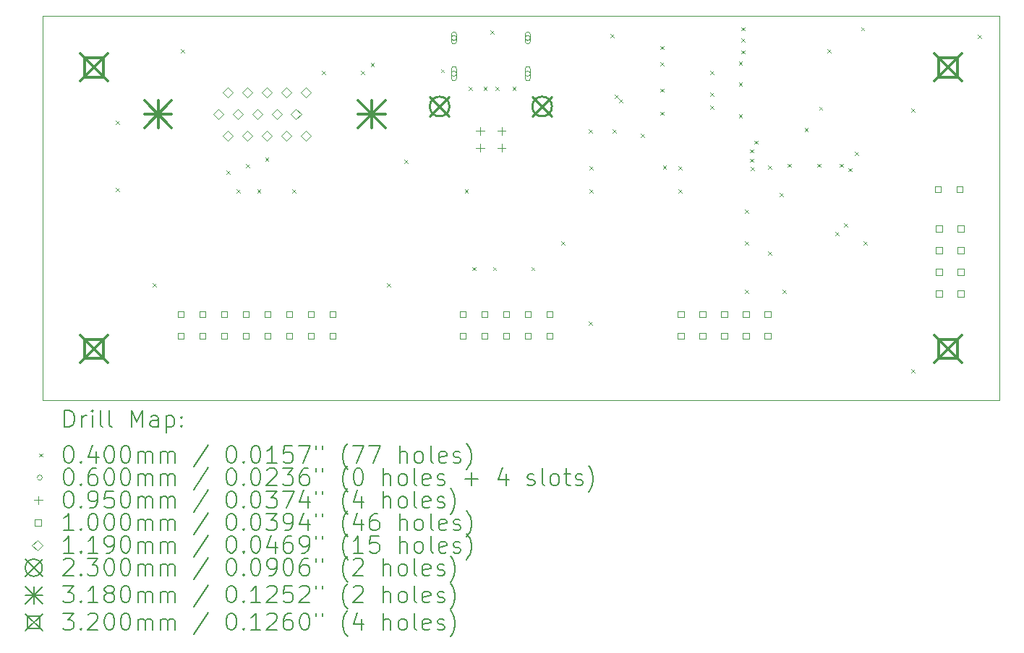
<source format=gbr>
%TF.GenerationSoftware,KiCad,Pcbnew,8.0.7*%
%TF.CreationDate,2024-12-15T13:39:31+01:00*%
%TF.ProjectId,pc1715-esp32vga,70633137-3135-42d6-9573-703332766761,2*%
%TF.SameCoordinates,Original*%
%TF.FileFunction,Drillmap*%
%TF.FilePolarity,Positive*%
%FSLAX45Y45*%
G04 Gerber Fmt 4.5, Leading zero omitted, Abs format (unit mm)*
G04 Created by KiCad (PCBNEW 8.0.7) date 2024-12-15 13:39:31*
%MOMM*%
%LPD*%
G01*
G04 APERTURE LIST*
%ADD10C,0.100000*%
%ADD11C,0.200000*%
%ADD12C,0.119000*%
%ADD13C,0.230000*%
%ADD14C,0.318000*%
%ADD15C,0.320000*%
G04 APERTURE END LIST*
D10*
X6000000Y-10000000D02*
X17200000Y-10000000D01*
X17200000Y-14500000D01*
X6000000Y-14500000D01*
X6000000Y-10000000D01*
D11*
D10*
X6857600Y-11226800D02*
X6897600Y-11266800D01*
X6897600Y-11226800D02*
X6857600Y-11266800D01*
X6857600Y-12014200D02*
X6897600Y-12054200D01*
X6897600Y-12014200D02*
X6857600Y-12054200D01*
X7289400Y-13131800D02*
X7329400Y-13171800D01*
X7329400Y-13131800D02*
X7289400Y-13171800D01*
X7619600Y-10388600D02*
X7659600Y-10428600D01*
X7659600Y-10388600D02*
X7619600Y-10428600D01*
X8150000Y-11810000D02*
X8190000Y-11850000D01*
X8190000Y-11810000D02*
X8150000Y-11850000D01*
X8270000Y-12030000D02*
X8310000Y-12070000D01*
X8310000Y-12030000D02*
X8270000Y-12070000D01*
X8376500Y-11734800D02*
X8416500Y-11774800D01*
X8416500Y-11734800D02*
X8376500Y-11774800D01*
X8510000Y-12030000D02*
X8550000Y-12070000D01*
X8550000Y-12030000D02*
X8510000Y-12070000D01*
X8604500Y-11658600D02*
X8644500Y-11698600D01*
X8644500Y-11658600D02*
X8604500Y-11698600D01*
X8920000Y-12030000D02*
X8960000Y-12070000D01*
X8960000Y-12030000D02*
X8920000Y-12070000D01*
X9270600Y-10642600D02*
X9310600Y-10682600D01*
X9310600Y-10642600D02*
X9270600Y-10682600D01*
X9727800Y-10642600D02*
X9767800Y-10682600D01*
X9767800Y-10642600D02*
X9727800Y-10682600D01*
X9840000Y-10550000D02*
X9880000Y-10590000D01*
X9880000Y-10550000D02*
X9840000Y-10590000D01*
X10032600Y-13131800D02*
X10072600Y-13171800D01*
X10072600Y-13131800D02*
X10032600Y-13171800D01*
X10235800Y-11684000D02*
X10275800Y-11724000D01*
X10275800Y-11684000D02*
X10235800Y-11724000D01*
X10660000Y-10620000D02*
X10700000Y-10660000D01*
X10700000Y-10620000D02*
X10660000Y-10660000D01*
X10940000Y-12030000D02*
X10980000Y-12070000D01*
X10980000Y-12030000D02*
X10940000Y-12070000D01*
X10990000Y-10830000D02*
X11030000Y-10870000D01*
X11030000Y-10830000D02*
X10990000Y-10870000D01*
X11030000Y-12940000D02*
X11070000Y-12980000D01*
X11070000Y-12940000D02*
X11030000Y-12980000D01*
X11160000Y-10830000D02*
X11200000Y-10870000D01*
X11200000Y-10830000D02*
X11160000Y-10870000D01*
X11240000Y-10170000D02*
X11280000Y-10210000D01*
X11280000Y-10170000D02*
X11240000Y-10210000D01*
X11270000Y-12940000D02*
X11310000Y-12980000D01*
X11310000Y-12940000D02*
X11270000Y-12980000D01*
X11300000Y-10830000D02*
X11340000Y-10870000D01*
X11340000Y-10830000D02*
X11300000Y-10870000D01*
X11500000Y-10830000D02*
X11540000Y-10870000D01*
X11540000Y-10830000D02*
X11500000Y-10870000D01*
X11720000Y-12940000D02*
X11760000Y-12980000D01*
X11760000Y-12940000D02*
X11720000Y-12980000D01*
X12070000Y-12640000D02*
X12110000Y-12680000D01*
X12110000Y-12640000D02*
X12070000Y-12680000D01*
X12390000Y-13580000D02*
X12430000Y-13620000D01*
X12430000Y-13580000D02*
X12390000Y-13620000D01*
X12394800Y-11328400D02*
X12434800Y-11368400D01*
X12434800Y-11328400D02*
X12394800Y-11368400D01*
X12400000Y-11760000D02*
X12440000Y-11800000D01*
X12440000Y-11760000D02*
X12400000Y-11800000D01*
X12400000Y-12030000D02*
X12440000Y-12070000D01*
X12440000Y-12030000D02*
X12400000Y-12070000D01*
X12648800Y-10210800D02*
X12688800Y-10250800D01*
X12688800Y-10210800D02*
X12648800Y-10250800D01*
X12674200Y-11328400D02*
X12714200Y-11368400D01*
X12714200Y-11328400D02*
X12674200Y-11368400D01*
X12699600Y-10922000D02*
X12739600Y-10962000D01*
X12739600Y-10922000D02*
X12699600Y-10962000D01*
X12750400Y-10972800D02*
X12790400Y-11012800D01*
X12790400Y-10972800D02*
X12750400Y-11012800D01*
X13004400Y-11379200D02*
X13044400Y-11419200D01*
X13044400Y-11379200D02*
X13004400Y-11419200D01*
X13230000Y-10350000D02*
X13270000Y-10390000D01*
X13270000Y-10350000D02*
X13230000Y-10390000D01*
X13230000Y-10850000D02*
X13270000Y-10890000D01*
X13270000Y-10850000D02*
X13230000Y-10890000D01*
X13230000Y-11120000D02*
X13270000Y-11160000D01*
X13270000Y-11120000D02*
X13230000Y-11160000D01*
X13233000Y-10541000D02*
X13273000Y-10581000D01*
X13273000Y-10541000D02*
X13233000Y-10581000D01*
X13260000Y-11750000D02*
X13300000Y-11790000D01*
X13300000Y-11750000D02*
X13260000Y-11790000D01*
X13440000Y-11760000D02*
X13480000Y-11800000D01*
X13480000Y-11760000D02*
X13440000Y-11800000D01*
X13440000Y-12030000D02*
X13480000Y-12070000D01*
X13480000Y-12030000D02*
X13440000Y-12070000D01*
X13817200Y-10642600D02*
X13857200Y-10682600D01*
X13857200Y-10642600D02*
X13817200Y-10682600D01*
X13817200Y-10896600D02*
X13857200Y-10936600D01*
X13857200Y-10896600D02*
X13817200Y-10936600D01*
X13817200Y-11049000D02*
X13857200Y-11089000D01*
X13857200Y-11049000D02*
X13817200Y-11089000D01*
X14150000Y-10530000D02*
X14190000Y-10570000D01*
X14190000Y-10530000D02*
X14150000Y-10570000D01*
X14150000Y-10780000D02*
X14190000Y-10820000D01*
X14190000Y-10780000D02*
X14150000Y-10820000D01*
X14150000Y-11150000D02*
X14190000Y-11190000D01*
X14190000Y-11150000D02*
X14150000Y-11190000D01*
X14180000Y-10130000D02*
X14220000Y-10170000D01*
X14220000Y-10130000D02*
X14180000Y-10170000D01*
X14180000Y-10260000D02*
X14220000Y-10300000D01*
X14220000Y-10260000D02*
X14180000Y-10300000D01*
X14180000Y-10400000D02*
X14220000Y-10440000D01*
X14220000Y-10400000D02*
X14180000Y-10440000D01*
X14220000Y-12270000D02*
X14260000Y-12310000D01*
X14260000Y-12270000D02*
X14220000Y-12310000D01*
X14220000Y-12640000D02*
X14260000Y-12680000D01*
X14260000Y-12640000D02*
X14220000Y-12680000D01*
X14220000Y-13210000D02*
X14260000Y-13250000D01*
X14260000Y-13210000D02*
X14220000Y-13250000D01*
X14280000Y-11560000D02*
X14320000Y-11600000D01*
X14320000Y-11560000D02*
X14280000Y-11600000D01*
X14280000Y-11670000D02*
X14320000Y-11710000D01*
X14320000Y-11670000D02*
X14280000Y-11710000D01*
X14290000Y-11770000D02*
X14330000Y-11810000D01*
X14330000Y-11770000D02*
X14290000Y-11810000D01*
X14330000Y-11460000D02*
X14370000Y-11500000D01*
X14370000Y-11460000D02*
X14330000Y-11500000D01*
X14489462Y-11749639D02*
X14529462Y-11789639D01*
X14529462Y-11749639D02*
X14489462Y-11789639D01*
X14490000Y-12760000D02*
X14530000Y-12800000D01*
X14530000Y-12760000D02*
X14490000Y-12800000D01*
X14630000Y-12070000D02*
X14670000Y-12110000D01*
X14670000Y-12070000D02*
X14630000Y-12110000D01*
X14660000Y-13210000D02*
X14700000Y-13250000D01*
X14700000Y-13210000D02*
X14660000Y-13250000D01*
X14720000Y-11730000D02*
X14760000Y-11770000D01*
X14760000Y-11730000D02*
X14720000Y-11770000D01*
X14920000Y-11310000D02*
X14960000Y-11350000D01*
X14960000Y-11310000D02*
X14920000Y-11350000D01*
X15070000Y-11730000D02*
X15110000Y-11770000D01*
X15110000Y-11730000D02*
X15070000Y-11770000D01*
X15090000Y-11060000D02*
X15130000Y-11100000D01*
X15130000Y-11060000D02*
X15090000Y-11100000D01*
X15188800Y-10388600D02*
X15228800Y-10428600D01*
X15228800Y-10388600D02*
X15188800Y-10428600D01*
X15280000Y-12530000D02*
X15320000Y-12570000D01*
X15320000Y-12530000D02*
X15280000Y-12570000D01*
X15330000Y-11730000D02*
X15370000Y-11770000D01*
X15370000Y-11730000D02*
X15330000Y-11770000D01*
X15380000Y-12430000D02*
X15420000Y-12470000D01*
X15420000Y-12430000D02*
X15380000Y-12470000D01*
X15430000Y-11780000D02*
X15470000Y-11820000D01*
X15470000Y-11780000D02*
X15430000Y-11820000D01*
X15510000Y-11590000D02*
X15550000Y-11630000D01*
X15550000Y-11590000D02*
X15510000Y-11630000D01*
X15580000Y-10130000D02*
X15620000Y-10170000D01*
X15620000Y-10130000D02*
X15580000Y-10170000D01*
X15610000Y-12640000D02*
X15650000Y-12680000D01*
X15650000Y-12640000D02*
X15610000Y-12680000D01*
X16170000Y-11080000D02*
X16210000Y-11120000D01*
X16210000Y-11080000D02*
X16170000Y-11120000D01*
X16170000Y-14140000D02*
X16210000Y-14180000D01*
X16210000Y-14140000D02*
X16170000Y-14180000D01*
X16950000Y-10220000D02*
X16990000Y-10260000D01*
X16990000Y-10220000D02*
X16950000Y-10260000D01*
X10844600Y-10256200D02*
G75*
G02*
X10784600Y-10256200I-30000J0D01*
G01*
X10784600Y-10256200D02*
G75*
G02*
X10844600Y-10256200I30000J0D01*
G01*
X10844600Y-10296200D02*
X10844600Y-10216200D01*
X10784600Y-10216200D02*
G75*
G02*
X10844600Y-10216200I30000J0D01*
G01*
X10784600Y-10216200D02*
X10784600Y-10296200D01*
X10784600Y-10296200D02*
G75*
G03*
X10844600Y-10296200I30000J0D01*
G01*
X10844600Y-10674200D02*
G75*
G02*
X10784600Y-10674200I-30000J0D01*
G01*
X10784600Y-10674200D02*
G75*
G02*
X10844600Y-10674200I30000J0D01*
G01*
X10844600Y-10729200D02*
X10844600Y-10619200D01*
X10784600Y-10619200D02*
G75*
G02*
X10844600Y-10619200I30000J0D01*
G01*
X10784600Y-10619200D02*
X10784600Y-10729200D01*
X10784600Y-10729200D02*
G75*
G03*
X10844600Y-10729200I30000J0D01*
G01*
X11708600Y-10256200D02*
G75*
G02*
X11648600Y-10256200I-30000J0D01*
G01*
X11648600Y-10256200D02*
G75*
G02*
X11708600Y-10256200I30000J0D01*
G01*
X11708600Y-10296200D02*
X11708600Y-10216200D01*
X11648600Y-10216200D02*
G75*
G02*
X11708600Y-10216200I30000J0D01*
G01*
X11648600Y-10216200D02*
X11648600Y-10296200D01*
X11648600Y-10296200D02*
G75*
G03*
X11708600Y-10296200I30000J0D01*
G01*
X11708600Y-10674200D02*
G75*
G02*
X11648600Y-10674200I-30000J0D01*
G01*
X11648600Y-10674200D02*
G75*
G02*
X11708600Y-10674200I30000J0D01*
G01*
X11708600Y-10729200D02*
X11708600Y-10619200D01*
X11648600Y-10619200D02*
G75*
G02*
X11708600Y-10619200I30000J0D01*
G01*
X11648600Y-10619200D02*
X11648600Y-10729200D01*
X11648600Y-10729200D02*
G75*
G03*
X11708600Y-10729200I30000J0D01*
G01*
X11121400Y-11297050D02*
X11121400Y-11392050D01*
X11073900Y-11344550D02*
X11168900Y-11344550D01*
X11121400Y-11497050D02*
X11121400Y-11592050D01*
X11073900Y-11544550D02*
X11168900Y-11544550D01*
X11371400Y-11297050D02*
X11371400Y-11392050D01*
X11323900Y-11344550D02*
X11418900Y-11344550D01*
X11371400Y-11497050D02*
X11371400Y-11592050D01*
X11323900Y-11544550D02*
X11418900Y-11544550D01*
X7649356Y-13531356D02*
X7649356Y-13460644D01*
X7578644Y-13460644D01*
X7578644Y-13531356D01*
X7649356Y-13531356D01*
X7649356Y-13785356D02*
X7649356Y-13714644D01*
X7578644Y-13714644D01*
X7578644Y-13785356D01*
X7649356Y-13785356D01*
X7903356Y-13531356D02*
X7903356Y-13460644D01*
X7832644Y-13460644D01*
X7832644Y-13531356D01*
X7903356Y-13531356D01*
X7903356Y-13785356D02*
X7903356Y-13714644D01*
X7832644Y-13714644D01*
X7832644Y-13785356D01*
X7903356Y-13785356D01*
X8157356Y-13531356D02*
X8157356Y-13460644D01*
X8086644Y-13460644D01*
X8086644Y-13531356D01*
X8157356Y-13531356D01*
X8157356Y-13785356D02*
X8157356Y-13714644D01*
X8086644Y-13714644D01*
X8086644Y-13785356D01*
X8157356Y-13785356D01*
X8411356Y-13531356D02*
X8411356Y-13460644D01*
X8340644Y-13460644D01*
X8340644Y-13531356D01*
X8411356Y-13531356D01*
X8411356Y-13785356D02*
X8411356Y-13714644D01*
X8340644Y-13714644D01*
X8340644Y-13785356D01*
X8411356Y-13785356D01*
X8665356Y-13531356D02*
X8665356Y-13460644D01*
X8594644Y-13460644D01*
X8594644Y-13531356D01*
X8665356Y-13531356D01*
X8665356Y-13785356D02*
X8665356Y-13714644D01*
X8594644Y-13714644D01*
X8594644Y-13785356D01*
X8665356Y-13785356D01*
X8919356Y-13531356D02*
X8919356Y-13460644D01*
X8848644Y-13460644D01*
X8848644Y-13531356D01*
X8919356Y-13531356D01*
X8919356Y-13785356D02*
X8919356Y-13714644D01*
X8848644Y-13714644D01*
X8848644Y-13785356D01*
X8919356Y-13785356D01*
X9173356Y-13531356D02*
X9173356Y-13460644D01*
X9102644Y-13460644D01*
X9102644Y-13531356D01*
X9173356Y-13531356D01*
X9173356Y-13785356D02*
X9173356Y-13714644D01*
X9102644Y-13714644D01*
X9102644Y-13785356D01*
X9173356Y-13785356D01*
X9427356Y-13531356D02*
X9427356Y-13460644D01*
X9356644Y-13460644D01*
X9356644Y-13531356D01*
X9427356Y-13531356D01*
X9427356Y-13785356D02*
X9427356Y-13714644D01*
X9356644Y-13714644D01*
X9356644Y-13785356D01*
X9427356Y-13785356D01*
X10955356Y-13531356D02*
X10955356Y-13460644D01*
X10884644Y-13460644D01*
X10884644Y-13531356D01*
X10955356Y-13531356D01*
X10955356Y-13785356D02*
X10955356Y-13714644D01*
X10884644Y-13714644D01*
X10884644Y-13785356D01*
X10955356Y-13785356D01*
X11209356Y-13531356D02*
X11209356Y-13460644D01*
X11138644Y-13460644D01*
X11138644Y-13531356D01*
X11209356Y-13531356D01*
X11209356Y-13785356D02*
X11209356Y-13714644D01*
X11138644Y-13714644D01*
X11138644Y-13785356D01*
X11209356Y-13785356D01*
X11463356Y-13531356D02*
X11463356Y-13460644D01*
X11392644Y-13460644D01*
X11392644Y-13531356D01*
X11463356Y-13531356D01*
X11463356Y-13785356D02*
X11463356Y-13714644D01*
X11392644Y-13714644D01*
X11392644Y-13785356D01*
X11463356Y-13785356D01*
X11717356Y-13531356D02*
X11717356Y-13460644D01*
X11646644Y-13460644D01*
X11646644Y-13531356D01*
X11717356Y-13531356D01*
X11717356Y-13785356D02*
X11717356Y-13714644D01*
X11646644Y-13714644D01*
X11646644Y-13785356D01*
X11717356Y-13785356D01*
X11971356Y-13531356D02*
X11971356Y-13460644D01*
X11900644Y-13460644D01*
X11900644Y-13531356D01*
X11971356Y-13531356D01*
X11971356Y-13785356D02*
X11971356Y-13714644D01*
X11900644Y-13714644D01*
X11900644Y-13785356D01*
X11971356Y-13785356D01*
X13505356Y-13531356D02*
X13505356Y-13460644D01*
X13434644Y-13460644D01*
X13434644Y-13531356D01*
X13505356Y-13531356D01*
X13505356Y-13785356D02*
X13505356Y-13714644D01*
X13434644Y-13714644D01*
X13434644Y-13785356D01*
X13505356Y-13785356D01*
X13759356Y-13531356D02*
X13759356Y-13460644D01*
X13688644Y-13460644D01*
X13688644Y-13531356D01*
X13759356Y-13531356D01*
X13759356Y-13785356D02*
X13759356Y-13714644D01*
X13688644Y-13714644D01*
X13688644Y-13785356D01*
X13759356Y-13785356D01*
X14013356Y-13531356D02*
X14013356Y-13460644D01*
X13942644Y-13460644D01*
X13942644Y-13531356D01*
X14013356Y-13531356D01*
X14013356Y-13785356D02*
X14013356Y-13714644D01*
X13942644Y-13714644D01*
X13942644Y-13785356D01*
X14013356Y-13785356D01*
X14267356Y-13531356D02*
X14267356Y-13460644D01*
X14196644Y-13460644D01*
X14196644Y-13531356D01*
X14267356Y-13531356D01*
X14267356Y-13785356D02*
X14267356Y-13714644D01*
X14196644Y-13714644D01*
X14196644Y-13785356D01*
X14267356Y-13785356D01*
X14521356Y-13531356D02*
X14521356Y-13460644D01*
X14450644Y-13460644D01*
X14450644Y-13531356D01*
X14521356Y-13531356D01*
X14521356Y-13785356D02*
X14521356Y-13714644D01*
X14450644Y-13714644D01*
X14450644Y-13785356D01*
X14521356Y-13785356D01*
X16517856Y-12065356D02*
X16517856Y-11994644D01*
X16447144Y-11994644D01*
X16447144Y-12065356D01*
X16517856Y-12065356D01*
X16527856Y-12525356D02*
X16527856Y-12454644D01*
X16457144Y-12454644D01*
X16457144Y-12525356D01*
X16527856Y-12525356D01*
X16527856Y-12779356D02*
X16527856Y-12708644D01*
X16457144Y-12708644D01*
X16457144Y-12779356D01*
X16527856Y-12779356D01*
X16527856Y-13033356D02*
X16527856Y-12962644D01*
X16457144Y-12962644D01*
X16457144Y-13033356D01*
X16527856Y-13033356D01*
X16527856Y-13287356D02*
X16527856Y-13216644D01*
X16457144Y-13216644D01*
X16457144Y-13287356D01*
X16527856Y-13287356D01*
X16771856Y-12065356D02*
X16771856Y-11994644D01*
X16701144Y-11994644D01*
X16701144Y-12065356D01*
X16771856Y-12065356D01*
X16781856Y-12525356D02*
X16781856Y-12454644D01*
X16711144Y-12454644D01*
X16711144Y-12525356D01*
X16781856Y-12525356D01*
X16781856Y-12779356D02*
X16781856Y-12708644D01*
X16711144Y-12708644D01*
X16711144Y-12779356D01*
X16781856Y-12779356D01*
X16781856Y-13033356D02*
X16781856Y-12962644D01*
X16711144Y-12962644D01*
X16711144Y-13033356D01*
X16781856Y-13033356D01*
X16781856Y-13287356D02*
X16781856Y-13216644D01*
X16711144Y-13216644D01*
X16711144Y-13287356D01*
X16781856Y-13287356D01*
D12*
X8054500Y-11209500D02*
X8114000Y-11150000D01*
X8054500Y-11090500D01*
X7995000Y-11150000D01*
X8054500Y-11209500D01*
X8168500Y-10955500D02*
X8228000Y-10896000D01*
X8168500Y-10836500D01*
X8109000Y-10896000D01*
X8168500Y-10955500D01*
X8168500Y-11463500D02*
X8228000Y-11404000D01*
X8168500Y-11344500D01*
X8109000Y-11404000D01*
X8168500Y-11463500D01*
X8282500Y-11209500D02*
X8342000Y-11150000D01*
X8282500Y-11090500D01*
X8223000Y-11150000D01*
X8282500Y-11209500D01*
X8396500Y-10955500D02*
X8456000Y-10896000D01*
X8396500Y-10836500D01*
X8337000Y-10896000D01*
X8396500Y-10955500D01*
X8396500Y-11463500D02*
X8456000Y-11404000D01*
X8396500Y-11344500D01*
X8337000Y-11404000D01*
X8396500Y-11463500D01*
X8510500Y-11209500D02*
X8570000Y-11150000D01*
X8510500Y-11090500D01*
X8451000Y-11150000D01*
X8510500Y-11209500D01*
X8624500Y-10955500D02*
X8684000Y-10896000D01*
X8624500Y-10836500D01*
X8565000Y-10896000D01*
X8624500Y-10955500D01*
X8624500Y-11463500D02*
X8684000Y-11404000D01*
X8624500Y-11344500D01*
X8565000Y-11404000D01*
X8624500Y-11463500D01*
X8738500Y-11209500D02*
X8798000Y-11150000D01*
X8738500Y-11090500D01*
X8679000Y-11150000D01*
X8738500Y-11209500D01*
X8852500Y-10955500D02*
X8912000Y-10896000D01*
X8852500Y-10836500D01*
X8793000Y-10896000D01*
X8852500Y-10955500D01*
X8852500Y-11463500D02*
X8912000Y-11404000D01*
X8852500Y-11344500D01*
X8793000Y-11404000D01*
X8852500Y-11463500D01*
X8966500Y-11209500D02*
X9026000Y-11150000D01*
X8966500Y-11090500D01*
X8907000Y-11150000D01*
X8966500Y-11209500D01*
X9080500Y-10955500D02*
X9140000Y-10896000D01*
X9080500Y-10836500D01*
X9021000Y-10896000D01*
X9080500Y-10955500D01*
X9080500Y-11463500D02*
X9140000Y-11404000D01*
X9080500Y-11344500D01*
X9021000Y-11404000D01*
X9080500Y-11463500D01*
D13*
X10531400Y-10943550D02*
X10761400Y-11173550D01*
X10761400Y-10943550D02*
X10531400Y-11173550D01*
X10761400Y-11058550D02*
G75*
G02*
X10531400Y-11058550I-115000J0D01*
G01*
X10531400Y-11058550D02*
G75*
G02*
X10761400Y-11058550I115000J0D01*
G01*
X11731400Y-10943550D02*
X11961400Y-11173550D01*
X11961400Y-10943550D02*
X11731400Y-11173550D01*
X11961400Y-11058550D02*
G75*
G02*
X11731400Y-11058550I-115000J0D01*
G01*
X11731400Y-11058550D02*
G75*
G02*
X11961400Y-11058550I115000J0D01*
G01*
D14*
X7191000Y-10991000D02*
X7509000Y-11309000D01*
X7509000Y-10991000D02*
X7191000Y-11309000D01*
X7350000Y-10991000D02*
X7350000Y-11309000D01*
X7191000Y-11150000D02*
X7509000Y-11150000D01*
X9691000Y-10991000D02*
X10009000Y-11309000D01*
X10009000Y-10991000D02*
X9691000Y-11309000D01*
X9850000Y-10991000D02*
X9850000Y-11309000D01*
X9691000Y-11150000D02*
X10009000Y-11150000D01*
D15*
X6440000Y-10440000D02*
X6760000Y-10760000D01*
X6760000Y-10440000D02*
X6440000Y-10760000D01*
X6713138Y-10713138D02*
X6713138Y-10486862D01*
X6486862Y-10486862D01*
X6486862Y-10713138D01*
X6713138Y-10713138D01*
X6440000Y-13740000D02*
X6760000Y-14060000D01*
X6760000Y-13740000D02*
X6440000Y-14060000D01*
X6713138Y-14013138D02*
X6713138Y-13786862D01*
X6486862Y-13786862D01*
X6486862Y-14013138D01*
X6713138Y-14013138D01*
X16440000Y-10440000D02*
X16760000Y-10760000D01*
X16760000Y-10440000D02*
X16440000Y-10760000D01*
X16713138Y-10713138D02*
X16713138Y-10486862D01*
X16486862Y-10486862D01*
X16486862Y-10713138D01*
X16713138Y-10713138D01*
X16440000Y-13740000D02*
X16760000Y-14060000D01*
X16760000Y-13740000D02*
X16440000Y-14060000D01*
X16713138Y-14013138D02*
X16713138Y-13786862D01*
X16486862Y-13786862D01*
X16486862Y-14013138D01*
X16713138Y-14013138D01*
D11*
X6255777Y-14816484D02*
X6255777Y-14616484D01*
X6255777Y-14616484D02*
X6303396Y-14616484D01*
X6303396Y-14616484D02*
X6331967Y-14626008D01*
X6331967Y-14626008D02*
X6351015Y-14645055D01*
X6351015Y-14645055D02*
X6360539Y-14664103D01*
X6360539Y-14664103D02*
X6370062Y-14702198D01*
X6370062Y-14702198D02*
X6370062Y-14730769D01*
X6370062Y-14730769D02*
X6360539Y-14768865D01*
X6360539Y-14768865D02*
X6351015Y-14787912D01*
X6351015Y-14787912D02*
X6331967Y-14806960D01*
X6331967Y-14806960D02*
X6303396Y-14816484D01*
X6303396Y-14816484D02*
X6255777Y-14816484D01*
X6455777Y-14816484D02*
X6455777Y-14683150D01*
X6455777Y-14721246D02*
X6465301Y-14702198D01*
X6465301Y-14702198D02*
X6474824Y-14692674D01*
X6474824Y-14692674D02*
X6493872Y-14683150D01*
X6493872Y-14683150D02*
X6512920Y-14683150D01*
X6579586Y-14816484D02*
X6579586Y-14683150D01*
X6579586Y-14616484D02*
X6570062Y-14626008D01*
X6570062Y-14626008D02*
X6579586Y-14635531D01*
X6579586Y-14635531D02*
X6589110Y-14626008D01*
X6589110Y-14626008D02*
X6579586Y-14616484D01*
X6579586Y-14616484D02*
X6579586Y-14635531D01*
X6703396Y-14816484D02*
X6684348Y-14806960D01*
X6684348Y-14806960D02*
X6674824Y-14787912D01*
X6674824Y-14787912D02*
X6674824Y-14616484D01*
X6808158Y-14816484D02*
X6789110Y-14806960D01*
X6789110Y-14806960D02*
X6779586Y-14787912D01*
X6779586Y-14787912D02*
X6779586Y-14616484D01*
X7036729Y-14816484D02*
X7036729Y-14616484D01*
X7036729Y-14616484D02*
X7103396Y-14759341D01*
X7103396Y-14759341D02*
X7170062Y-14616484D01*
X7170062Y-14616484D02*
X7170062Y-14816484D01*
X7351015Y-14816484D02*
X7351015Y-14711722D01*
X7351015Y-14711722D02*
X7341491Y-14692674D01*
X7341491Y-14692674D02*
X7322443Y-14683150D01*
X7322443Y-14683150D02*
X7284348Y-14683150D01*
X7284348Y-14683150D02*
X7265301Y-14692674D01*
X7351015Y-14806960D02*
X7331967Y-14816484D01*
X7331967Y-14816484D02*
X7284348Y-14816484D01*
X7284348Y-14816484D02*
X7265301Y-14806960D01*
X7265301Y-14806960D02*
X7255777Y-14787912D01*
X7255777Y-14787912D02*
X7255777Y-14768865D01*
X7255777Y-14768865D02*
X7265301Y-14749817D01*
X7265301Y-14749817D02*
X7284348Y-14740293D01*
X7284348Y-14740293D02*
X7331967Y-14740293D01*
X7331967Y-14740293D02*
X7351015Y-14730769D01*
X7446253Y-14683150D02*
X7446253Y-14883150D01*
X7446253Y-14692674D02*
X7465301Y-14683150D01*
X7465301Y-14683150D02*
X7503396Y-14683150D01*
X7503396Y-14683150D02*
X7522443Y-14692674D01*
X7522443Y-14692674D02*
X7531967Y-14702198D01*
X7531967Y-14702198D02*
X7541491Y-14721246D01*
X7541491Y-14721246D02*
X7541491Y-14778388D01*
X7541491Y-14778388D02*
X7531967Y-14797436D01*
X7531967Y-14797436D02*
X7522443Y-14806960D01*
X7522443Y-14806960D02*
X7503396Y-14816484D01*
X7503396Y-14816484D02*
X7465301Y-14816484D01*
X7465301Y-14816484D02*
X7446253Y-14806960D01*
X7627205Y-14797436D02*
X7636729Y-14806960D01*
X7636729Y-14806960D02*
X7627205Y-14816484D01*
X7627205Y-14816484D02*
X7617682Y-14806960D01*
X7617682Y-14806960D02*
X7627205Y-14797436D01*
X7627205Y-14797436D02*
X7627205Y-14816484D01*
X7627205Y-14692674D02*
X7636729Y-14702198D01*
X7636729Y-14702198D02*
X7627205Y-14711722D01*
X7627205Y-14711722D02*
X7617682Y-14702198D01*
X7617682Y-14702198D02*
X7627205Y-14692674D01*
X7627205Y-14692674D02*
X7627205Y-14711722D01*
D10*
X5955000Y-15125000D02*
X5995000Y-15165000D01*
X5995000Y-15125000D02*
X5955000Y-15165000D01*
D11*
X6293872Y-15036484D02*
X6312920Y-15036484D01*
X6312920Y-15036484D02*
X6331967Y-15046008D01*
X6331967Y-15046008D02*
X6341491Y-15055531D01*
X6341491Y-15055531D02*
X6351015Y-15074579D01*
X6351015Y-15074579D02*
X6360539Y-15112674D01*
X6360539Y-15112674D02*
X6360539Y-15160293D01*
X6360539Y-15160293D02*
X6351015Y-15198388D01*
X6351015Y-15198388D02*
X6341491Y-15217436D01*
X6341491Y-15217436D02*
X6331967Y-15226960D01*
X6331967Y-15226960D02*
X6312920Y-15236484D01*
X6312920Y-15236484D02*
X6293872Y-15236484D01*
X6293872Y-15236484D02*
X6274824Y-15226960D01*
X6274824Y-15226960D02*
X6265301Y-15217436D01*
X6265301Y-15217436D02*
X6255777Y-15198388D01*
X6255777Y-15198388D02*
X6246253Y-15160293D01*
X6246253Y-15160293D02*
X6246253Y-15112674D01*
X6246253Y-15112674D02*
X6255777Y-15074579D01*
X6255777Y-15074579D02*
X6265301Y-15055531D01*
X6265301Y-15055531D02*
X6274824Y-15046008D01*
X6274824Y-15046008D02*
X6293872Y-15036484D01*
X6446253Y-15217436D02*
X6455777Y-15226960D01*
X6455777Y-15226960D02*
X6446253Y-15236484D01*
X6446253Y-15236484D02*
X6436729Y-15226960D01*
X6436729Y-15226960D02*
X6446253Y-15217436D01*
X6446253Y-15217436D02*
X6446253Y-15236484D01*
X6627205Y-15103150D02*
X6627205Y-15236484D01*
X6579586Y-15026960D02*
X6531967Y-15169817D01*
X6531967Y-15169817D02*
X6655777Y-15169817D01*
X6770062Y-15036484D02*
X6789110Y-15036484D01*
X6789110Y-15036484D02*
X6808158Y-15046008D01*
X6808158Y-15046008D02*
X6817682Y-15055531D01*
X6817682Y-15055531D02*
X6827205Y-15074579D01*
X6827205Y-15074579D02*
X6836729Y-15112674D01*
X6836729Y-15112674D02*
X6836729Y-15160293D01*
X6836729Y-15160293D02*
X6827205Y-15198388D01*
X6827205Y-15198388D02*
X6817682Y-15217436D01*
X6817682Y-15217436D02*
X6808158Y-15226960D01*
X6808158Y-15226960D02*
X6789110Y-15236484D01*
X6789110Y-15236484D02*
X6770062Y-15236484D01*
X6770062Y-15236484D02*
X6751015Y-15226960D01*
X6751015Y-15226960D02*
X6741491Y-15217436D01*
X6741491Y-15217436D02*
X6731967Y-15198388D01*
X6731967Y-15198388D02*
X6722443Y-15160293D01*
X6722443Y-15160293D02*
X6722443Y-15112674D01*
X6722443Y-15112674D02*
X6731967Y-15074579D01*
X6731967Y-15074579D02*
X6741491Y-15055531D01*
X6741491Y-15055531D02*
X6751015Y-15046008D01*
X6751015Y-15046008D02*
X6770062Y-15036484D01*
X6960539Y-15036484D02*
X6979586Y-15036484D01*
X6979586Y-15036484D02*
X6998634Y-15046008D01*
X6998634Y-15046008D02*
X7008158Y-15055531D01*
X7008158Y-15055531D02*
X7017682Y-15074579D01*
X7017682Y-15074579D02*
X7027205Y-15112674D01*
X7027205Y-15112674D02*
X7027205Y-15160293D01*
X7027205Y-15160293D02*
X7017682Y-15198388D01*
X7017682Y-15198388D02*
X7008158Y-15217436D01*
X7008158Y-15217436D02*
X6998634Y-15226960D01*
X6998634Y-15226960D02*
X6979586Y-15236484D01*
X6979586Y-15236484D02*
X6960539Y-15236484D01*
X6960539Y-15236484D02*
X6941491Y-15226960D01*
X6941491Y-15226960D02*
X6931967Y-15217436D01*
X6931967Y-15217436D02*
X6922443Y-15198388D01*
X6922443Y-15198388D02*
X6912920Y-15160293D01*
X6912920Y-15160293D02*
X6912920Y-15112674D01*
X6912920Y-15112674D02*
X6922443Y-15074579D01*
X6922443Y-15074579D02*
X6931967Y-15055531D01*
X6931967Y-15055531D02*
X6941491Y-15046008D01*
X6941491Y-15046008D02*
X6960539Y-15036484D01*
X7112920Y-15236484D02*
X7112920Y-15103150D01*
X7112920Y-15122198D02*
X7122443Y-15112674D01*
X7122443Y-15112674D02*
X7141491Y-15103150D01*
X7141491Y-15103150D02*
X7170063Y-15103150D01*
X7170063Y-15103150D02*
X7189110Y-15112674D01*
X7189110Y-15112674D02*
X7198634Y-15131722D01*
X7198634Y-15131722D02*
X7198634Y-15236484D01*
X7198634Y-15131722D02*
X7208158Y-15112674D01*
X7208158Y-15112674D02*
X7227205Y-15103150D01*
X7227205Y-15103150D02*
X7255777Y-15103150D01*
X7255777Y-15103150D02*
X7274824Y-15112674D01*
X7274824Y-15112674D02*
X7284348Y-15131722D01*
X7284348Y-15131722D02*
X7284348Y-15236484D01*
X7379586Y-15236484D02*
X7379586Y-15103150D01*
X7379586Y-15122198D02*
X7389110Y-15112674D01*
X7389110Y-15112674D02*
X7408158Y-15103150D01*
X7408158Y-15103150D02*
X7436729Y-15103150D01*
X7436729Y-15103150D02*
X7455777Y-15112674D01*
X7455777Y-15112674D02*
X7465301Y-15131722D01*
X7465301Y-15131722D02*
X7465301Y-15236484D01*
X7465301Y-15131722D02*
X7474824Y-15112674D01*
X7474824Y-15112674D02*
X7493872Y-15103150D01*
X7493872Y-15103150D02*
X7522443Y-15103150D01*
X7522443Y-15103150D02*
X7541491Y-15112674D01*
X7541491Y-15112674D02*
X7551015Y-15131722D01*
X7551015Y-15131722D02*
X7551015Y-15236484D01*
X7941491Y-15026960D02*
X7770063Y-15284103D01*
X8198634Y-15036484D02*
X8217682Y-15036484D01*
X8217682Y-15036484D02*
X8236729Y-15046008D01*
X8236729Y-15046008D02*
X8246253Y-15055531D01*
X8246253Y-15055531D02*
X8255777Y-15074579D01*
X8255777Y-15074579D02*
X8265301Y-15112674D01*
X8265301Y-15112674D02*
X8265301Y-15160293D01*
X8265301Y-15160293D02*
X8255777Y-15198388D01*
X8255777Y-15198388D02*
X8246253Y-15217436D01*
X8246253Y-15217436D02*
X8236729Y-15226960D01*
X8236729Y-15226960D02*
X8217682Y-15236484D01*
X8217682Y-15236484D02*
X8198634Y-15236484D01*
X8198634Y-15236484D02*
X8179586Y-15226960D01*
X8179586Y-15226960D02*
X8170063Y-15217436D01*
X8170063Y-15217436D02*
X8160539Y-15198388D01*
X8160539Y-15198388D02*
X8151015Y-15160293D01*
X8151015Y-15160293D02*
X8151015Y-15112674D01*
X8151015Y-15112674D02*
X8160539Y-15074579D01*
X8160539Y-15074579D02*
X8170063Y-15055531D01*
X8170063Y-15055531D02*
X8179586Y-15046008D01*
X8179586Y-15046008D02*
X8198634Y-15036484D01*
X8351015Y-15217436D02*
X8360539Y-15226960D01*
X8360539Y-15226960D02*
X8351015Y-15236484D01*
X8351015Y-15236484D02*
X8341491Y-15226960D01*
X8341491Y-15226960D02*
X8351015Y-15217436D01*
X8351015Y-15217436D02*
X8351015Y-15236484D01*
X8484348Y-15036484D02*
X8503396Y-15036484D01*
X8503396Y-15036484D02*
X8522444Y-15046008D01*
X8522444Y-15046008D02*
X8531968Y-15055531D01*
X8531968Y-15055531D02*
X8541491Y-15074579D01*
X8541491Y-15074579D02*
X8551015Y-15112674D01*
X8551015Y-15112674D02*
X8551015Y-15160293D01*
X8551015Y-15160293D02*
X8541491Y-15198388D01*
X8541491Y-15198388D02*
X8531968Y-15217436D01*
X8531968Y-15217436D02*
X8522444Y-15226960D01*
X8522444Y-15226960D02*
X8503396Y-15236484D01*
X8503396Y-15236484D02*
X8484348Y-15236484D01*
X8484348Y-15236484D02*
X8465301Y-15226960D01*
X8465301Y-15226960D02*
X8455777Y-15217436D01*
X8455777Y-15217436D02*
X8446253Y-15198388D01*
X8446253Y-15198388D02*
X8436729Y-15160293D01*
X8436729Y-15160293D02*
X8436729Y-15112674D01*
X8436729Y-15112674D02*
X8446253Y-15074579D01*
X8446253Y-15074579D02*
X8455777Y-15055531D01*
X8455777Y-15055531D02*
X8465301Y-15046008D01*
X8465301Y-15046008D02*
X8484348Y-15036484D01*
X8741491Y-15236484D02*
X8627206Y-15236484D01*
X8684348Y-15236484D02*
X8684348Y-15036484D01*
X8684348Y-15036484D02*
X8665301Y-15065055D01*
X8665301Y-15065055D02*
X8646253Y-15084103D01*
X8646253Y-15084103D02*
X8627206Y-15093627D01*
X8922444Y-15036484D02*
X8827206Y-15036484D01*
X8827206Y-15036484D02*
X8817682Y-15131722D01*
X8817682Y-15131722D02*
X8827206Y-15122198D01*
X8827206Y-15122198D02*
X8846253Y-15112674D01*
X8846253Y-15112674D02*
X8893872Y-15112674D01*
X8893872Y-15112674D02*
X8912920Y-15122198D01*
X8912920Y-15122198D02*
X8922444Y-15131722D01*
X8922444Y-15131722D02*
X8931968Y-15150769D01*
X8931968Y-15150769D02*
X8931968Y-15198388D01*
X8931968Y-15198388D02*
X8922444Y-15217436D01*
X8922444Y-15217436D02*
X8912920Y-15226960D01*
X8912920Y-15226960D02*
X8893872Y-15236484D01*
X8893872Y-15236484D02*
X8846253Y-15236484D01*
X8846253Y-15236484D02*
X8827206Y-15226960D01*
X8827206Y-15226960D02*
X8817682Y-15217436D01*
X8998634Y-15036484D02*
X9131968Y-15036484D01*
X9131968Y-15036484D02*
X9046253Y-15236484D01*
X9198634Y-15036484D02*
X9198634Y-15074579D01*
X9274825Y-15036484D02*
X9274825Y-15074579D01*
X9570063Y-15312674D02*
X9560539Y-15303150D01*
X9560539Y-15303150D02*
X9541491Y-15274579D01*
X9541491Y-15274579D02*
X9531968Y-15255531D01*
X9531968Y-15255531D02*
X9522444Y-15226960D01*
X9522444Y-15226960D02*
X9512920Y-15179341D01*
X9512920Y-15179341D02*
X9512920Y-15141246D01*
X9512920Y-15141246D02*
X9522444Y-15093627D01*
X9522444Y-15093627D02*
X9531968Y-15065055D01*
X9531968Y-15065055D02*
X9541491Y-15046008D01*
X9541491Y-15046008D02*
X9560539Y-15017436D01*
X9560539Y-15017436D02*
X9570063Y-15007912D01*
X9627206Y-15036484D02*
X9760539Y-15036484D01*
X9760539Y-15036484D02*
X9674825Y-15236484D01*
X9817682Y-15036484D02*
X9951015Y-15036484D01*
X9951015Y-15036484D02*
X9865301Y-15236484D01*
X10179587Y-15236484D02*
X10179587Y-15036484D01*
X10265301Y-15236484D02*
X10265301Y-15131722D01*
X10265301Y-15131722D02*
X10255777Y-15112674D01*
X10255777Y-15112674D02*
X10236730Y-15103150D01*
X10236730Y-15103150D02*
X10208158Y-15103150D01*
X10208158Y-15103150D02*
X10189111Y-15112674D01*
X10189111Y-15112674D02*
X10179587Y-15122198D01*
X10389111Y-15236484D02*
X10370063Y-15226960D01*
X10370063Y-15226960D02*
X10360539Y-15217436D01*
X10360539Y-15217436D02*
X10351015Y-15198388D01*
X10351015Y-15198388D02*
X10351015Y-15141246D01*
X10351015Y-15141246D02*
X10360539Y-15122198D01*
X10360539Y-15122198D02*
X10370063Y-15112674D01*
X10370063Y-15112674D02*
X10389111Y-15103150D01*
X10389111Y-15103150D02*
X10417682Y-15103150D01*
X10417682Y-15103150D02*
X10436730Y-15112674D01*
X10436730Y-15112674D02*
X10446253Y-15122198D01*
X10446253Y-15122198D02*
X10455777Y-15141246D01*
X10455777Y-15141246D02*
X10455777Y-15198388D01*
X10455777Y-15198388D02*
X10446253Y-15217436D01*
X10446253Y-15217436D02*
X10436730Y-15226960D01*
X10436730Y-15226960D02*
X10417682Y-15236484D01*
X10417682Y-15236484D02*
X10389111Y-15236484D01*
X10570063Y-15236484D02*
X10551015Y-15226960D01*
X10551015Y-15226960D02*
X10541492Y-15207912D01*
X10541492Y-15207912D02*
X10541492Y-15036484D01*
X10722444Y-15226960D02*
X10703396Y-15236484D01*
X10703396Y-15236484D02*
X10665301Y-15236484D01*
X10665301Y-15236484D02*
X10646253Y-15226960D01*
X10646253Y-15226960D02*
X10636730Y-15207912D01*
X10636730Y-15207912D02*
X10636730Y-15131722D01*
X10636730Y-15131722D02*
X10646253Y-15112674D01*
X10646253Y-15112674D02*
X10665301Y-15103150D01*
X10665301Y-15103150D02*
X10703396Y-15103150D01*
X10703396Y-15103150D02*
X10722444Y-15112674D01*
X10722444Y-15112674D02*
X10731968Y-15131722D01*
X10731968Y-15131722D02*
X10731968Y-15150769D01*
X10731968Y-15150769D02*
X10636730Y-15169817D01*
X10808158Y-15226960D02*
X10827206Y-15236484D01*
X10827206Y-15236484D02*
X10865301Y-15236484D01*
X10865301Y-15236484D02*
X10884349Y-15226960D01*
X10884349Y-15226960D02*
X10893873Y-15207912D01*
X10893873Y-15207912D02*
X10893873Y-15198388D01*
X10893873Y-15198388D02*
X10884349Y-15179341D01*
X10884349Y-15179341D02*
X10865301Y-15169817D01*
X10865301Y-15169817D02*
X10836730Y-15169817D01*
X10836730Y-15169817D02*
X10817682Y-15160293D01*
X10817682Y-15160293D02*
X10808158Y-15141246D01*
X10808158Y-15141246D02*
X10808158Y-15131722D01*
X10808158Y-15131722D02*
X10817682Y-15112674D01*
X10817682Y-15112674D02*
X10836730Y-15103150D01*
X10836730Y-15103150D02*
X10865301Y-15103150D01*
X10865301Y-15103150D02*
X10884349Y-15112674D01*
X10960539Y-15312674D02*
X10970063Y-15303150D01*
X10970063Y-15303150D02*
X10989111Y-15274579D01*
X10989111Y-15274579D02*
X10998634Y-15255531D01*
X10998634Y-15255531D02*
X11008158Y-15226960D01*
X11008158Y-15226960D02*
X11017682Y-15179341D01*
X11017682Y-15179341D02*
X11017682Y-15141246D01*
X11017682Y-15141246D02*
X11008158Y-15093627D01*
X11008158Y-15093627D02*
X10998634Y-15065055D01*
X10998634Y-15065055D02*
X10989111Y-15046008D01*
X10989111Y-15046008D02*
X10970063Y-15017436D01*
X10970063Y-15017436D02*
X10960539Y-15007912D01*
D10*
X5995000Y-15409000D02*
G75*
G02*
X5935000Y-15409000I-30000J0D01*
G01*
X5935000Y-15409000D02*
G75*
G02*
X5995000Y-15409000I30000J0D01*
G01*
D11*
X6293872Y-15300484D02*
X6312920Y-15300484D01*
X6312920Y-15300484D02*
X6331967Y-15310008D01*
X6331967Y-15310008D02*
X6341491Y-15319531D01*
X6341491Y-15319531D02*
X6351015Y-15338579D01*
X6351015Y-15338579D02*
X6360539Y-15376674D01*
X6360539Y-15376674D02*
X6360539Y-15424293D01*
X6360539Y-15424293D02*
X6351015Y-15462388D01*
X6351015Y-15462388D02*
X6341491Y-15481436D01*
X6341491Y-15481436D02*
X6331967Y-15490960D01*
X6331967Y-15490960D02*
X6312920Y-15500484D01*
X6312920Y-15500484D02*
X6293872Y-15500484D01*
X6293872Y-15500484D02*
X6274824Y-15490960D01*
X6274824Y-15490960D02*
X6265301Y-15481436D01*
X6265301Y-15481436D02*
X6255777Y-15462388D01*
X6255777Y-15462388D02*
X6246253Y-15424293D01*
X6246253Y-15424293D02*
X6246253Y-15376674D01*
X6246253Y-15376674D02*
X6255777Y-15338579D01*
X6255777Y-15338579D02*
X6265301Y-15319531D01*
X6265301Y-15319531D02*
X6274824Y-15310008D01*
X6274824Y-15310008D02*
X6293872Y-15300484D01*
X6446253Y-15481436D02*
X6455777Y-15490960D01*
X6455777Y-15490960D02*
X6446253Y-15500484D01*
X6446253Y-15500484D02*
X6436729Y-15490960D01*
X6436729Y-15490960D02*
X6446253Y-15481436D01*
X6446253Y-15481436D02*
X6446253Y-15500484D01*
X6627205Y-15300484D02*
X6589110Y-15300484D01*
X6589110Y-15300484D02*
X6570062Y-15310008D01*
X6570062Y-15310008D02*
X6560539Y-15319531D01*
X6560539Y-15319531D02*
X6541491Y-15348103D01*
X6541491Y-15348103D02*
X6531967Y-15386198D01*
X6531967Y-15386198D02*
X6531967Y-15462388D01*
X6531967Y-15462388D02*
X6541491Y-15481436D01*
X6541491Y-15481436D02*
X6551015Y-15490960D01*
X6551015Y-15490960D02*
X6570062Y-15500484D01*
X6570062Y-15500484D02*
X6608158Y-15500484D01*
X6608158Y-15500484D02*
X6627205Y-15490960D01*
X6627205Y-15490960D02*
X6636729Y-15481436D01*
X6636729Y-15481436D02*
X6646253Y-15462388D01*
X6646253Y-15462388D02*
X6646253Y-15414769D01*
X6646253Y-15414769D02*
X6636729Y-15395722D01*
X6636729Y-15395722D02*
X6627205Y-15386198D01*
X6627205Y-15386198D02*
X6608158Y-15376674D01*
X6608158Y-15376674D02*
X6570062Y-15376674D01*
X6570062Y-15376674D02*
X6551015Y-15386198D01*
X6551015Y-15386198D02*
X6541491Y-15395722D01*
X6541491Y-15395722D02*
X6531967Y-15414769D01*
X6770062Y-15300484D02*
X6789110Y-15300484D01*
X6789110Y-15300484D02*
X6808158Y-15310008D01*
X6808158Y-15310008D02*
X6817682Y-15319531D01*
X6817682Y-15319531D02*
X6827205Y-15338579D01*
X6827205Y-15338579D02*
X6836729Y-15376674D01*
X6836729Y-15376674D02*
X6836729Y-15424293D01*
X6836729Y-15424293D02*
X6827205Y-15462388D01*
X6827205Y-15462388D02*
X6817682Y-15481436D01*
X6817682Y-15481436D02*
X6808158Y-15490960D01*
X6808158Y-15490960D02*
X6789110Y-15500484D01*
X6789110Y-15500484D02*
X6770062Y-15500484D01*
X6770062Y-15500484D02*
X6751015Y-15490960D01*
X6751015Y-15490960D02*
X6741491Y-15481436D01*
X6741491Y-15481436D02*
X6731967Y-15462388D01*
X6731967Y-15462388D02*
X6722443Y-15424293D01*
X6722443Y-15424293D02*
X6722443Y-15376674D01*
X6722443Y-15376674D02*
X6731967Y-15338579D01*
X6731967Y-15338579D02*
X6741491Y-15319531D01*
X6741491Y-15319531D02*
X6751015Y-15310008D01*
X6751015Y-15310008D02*
X6770062Y-15300484D01*
X6960539Y-15300484D02*
X6979586Y-15300484D01*
X6979586Y-15300484D02*
X6998634Y-15310008D01*
X6998634Y-15310008D02*
X7008158Y-15319531D01*
X7008158Y-15319531D02*
X7017682Y-15338579D01*
X7017682Y-15338579D02*
X7027205Y-15376674D01*
X7027205Y-15376674D02*
X7027205Y-15424293D01*
X7027205Y-15424293D02*
X7017682Y-15462388D01*
X7017682Y-15462388D02*
X7008158Y-15481436D01*
X7008158Y-15481436D02*
X6998634Y-15490960D01*
X6998634Y-15490960D02*
X6979586Y-15500484D01*
X6979586Y-15500484D02*
X6960539Y-15500484D01*
X6960539Y-15500484D02*
X6941491Y-15490960D01*
X6941491Y-15490960D02*
X6931967Y-15481436D01*
X6931967Y-15481436D02*
X6922443Y-15462388D01*
X6922443Y-15462388D02*
X6912920Y-15424293D01*
X6912920Y-15424293D02*
X6912920Y-15376674D01*
X6912920Y-15376674D02*
X6922443Y-15338579D01*
X6922443Y-15338579D02*
X6931967Y-15319531D01*
X6931967Y-15319531D02*
X6941491Y-15310008D01*
X6941491Y-15310008D02*
X6960539Y-15300484D01*
X7112920Y-15500484D02*
X7112920Y-15367150D01*
X7112920Y-15386198D02*
X7122443Y-15376674D01*
X7122443Y-15376674D02*
X7141491Y-15367150D01*
X7141491Y-15367150D02*
X7170063Y-15367150D01*
X7170063Y-15367150D02*
X7189110Y-15376674D01*
X7189110Y-15376674D02*
X7198634Y-15395722D01*
X7198634Y-15395722D02*
X7198634Y-15500484D01*
X7198634Y-15395722D02*
X7208158Y-15376674D01*
X7208158Y-15376674D02*
X7227205Y-15367150D01*
X7227205Y-15367150D02*
X7255777Y-15367150D01*
X7255777Y-15367150D02*
X7274824Y-15376674D01*
X7274824Y-15376674D02*
X7284348Y-15395722D01*
X7284348Y-15395722D02*
X7284348Y-15500484D01*
X7379586Y-15500484D02*
X7379586Y-15367150D01*
X7379586Y-15386198D02*
X7389110Y-15376674D01*
X7389110Y-15376674D02*
X7408158Y-15367150D01*
X7408158Y-15367150D02*
X7436729Y-15367150D01*
X7436729Y-15367150D02*
X7455777Y-15376674D01*
X7455777Y-15376674D02*
X7465301Y-15395722D01*
X7465301Y-15395722D02*
X7465301Y-15500484D01*
X7465301Y-15395722D02*
X7474824Y-15376674D01*
X7474824Y-15376674D02*
X7493872Y-15367150D01*
X7493872Y-15367150D02*
X7522443Y-15367150D01*
X7522443Y-15367150D02*
X7541491Y-15376674D01*
X7541491Y-15376674D02*
X7551015Y-15395722D01*
X7551015Y-15395722D02*
X7551015Y-15500484D01*
X7941491Y-15290960D02*
X7770063Y-15548103D01*
X8198634Y-15300484D02*
X8217682Y-15300484D01*
X8217682Y-15300484D02*
X8236729Y-15310008D01*
X8236729Y-15310008D02*
X8246253Y-15319531D01*
X8246253Y-15319531D02*
X8255777Y-15338579D01*
X8255777Y-15338579D02*
X8265301Y-15376674D01*
X8265301Y-15376674D02*
X8265301Y-15424293D01*
X8265301Y-15424293D02*
X8255777Y-15462388D01*
X8255777Y-15462388D02*
X8246253Y-15481436D01*
X8246253Y-15481436D02*
X8236729Y-15490960D01*
X8236729Y-15490960D02*
X8217682Y-15500484D01*
X8217682Y-15500484D02*
X8198634Y-15500484D01*
X8198634Y-15500484D02*
X8179586Y-15490960D01*
X8179586Y-15490960D02*
X8170063Y-15481436D01*
X8170063Y-15481436D02*
X8160539Y-15462388D01*
X8160539Y-15462388D02*
X8151015Y-15424293D01*
X8151015Y-15424293D02*
X8151015Y-15376674D01*
X8151015Y-15376674D02*
X8160539Y-15338579D01*
X8160539Y-15338579D02*
X8170063Y-15319531D01*
X8170063Y-15319531D02*
X8179586Y-15310008D01*
X8179586Y-15310008D02*
X8198634Y-15300484D01*
X8351015Y-15481436D02*
X8360539Y-15490960D01*
X8360539Y-15490960D02*
X8351015Y-15500484D01*
X8351015Y-15500484D02*
X8341491Y-15490960D01*
X8341491Y-15490960D02*
X8351015Y-15481436D01*
X8351015Y-15481436D02*
X8351015Y-15500484D01*
X8484348Y-15300484D02*
X8503396Y-15300484D01*
X8503396Y-15300484D02*
X8522444Y-15310008D01*
X8522444Y-15310008D02*
X8531968Y-15319531D01*
X8531968Y-15319531D02*
X8541491Y-15338579D01*
X8541491Y-15338579D02*
X8551015Y-15376674D01*
X8551015Y-15376674D02*
X8551015Y-15424293D01*
X8551015Y-15424293D02*
X8541491Y-15462388D01*
X8541491Y-15462388D02*
X8531968Y-15481436D01*
X8531968Y-15481436D02*
X8522444Y-15490960D01*
X8522444Y-15490960D02*
X8503396Y-15500484D01*
X8503396Y-15500484D02*
X8484348Y-15500484D01*
X8484348Y-15500484D02*
X8465301Y-15490960D01*
X8465301Y-15490960D02*
X8455777Y-15481436D01*
X8455777Y-15481436D02*
X8446253Y-15462388D01*
X8446253Y-15462388D02*
X8436729Y-15424293D01*
X8436729Y-15424293D02*
X8436729Y-15376674D01*
X8436729Y-15376674D02*
X8446253Y-15338579D01*
X8446253Y-15338579D02*
X8455777Y-15319531D01*
X8455777Y-15319531D02*
X8465301Y-15310008D01*
X8465301Y-15310008D02*
X8484348Y-15300484D01*
X8627206Y-15319531D02*
X8636729Y-15310008D01*
X8636729Y-15310008D02*
X8655777Y-15300484D01*
X8655777Y-15300484D02*
X8703396Y-15300484D01*
X8703396Y-15300484D02*
X8722444Y-15310008D01*
X8722444Y-15310008D02*
X8731968Y-15319531D01*
X8731968Y-15319531D02*
X8741491Y-15338579D01*
X8741491Y-15338579D02*
X8741491Y-15357627D01*
X8741491Y-15357627D02*
X8731968Y-15386198D01*
X8731968Y-15386198D02*
X8617682Y-15500484D01*
X8617682Y-15500484D02*
X8741491Y-15500484D01*
X8808158Y-15300484D02*
X8931968Y-15300484D01*
X8931968Y-15300484D02*
X8865301Y-15376674D01*
X8865301Y-15376674D02*
X8893872Y-15376674D01*
X8893872Y-15376674D02*
X8912920Y-15386198D01*
X8912920Y-15386198D02*
X8922444Y-15395722D01*
X8922444Y-15395722D02*
X8931968Y-15414769D01*
X8931968Y-15414769D02*
X8931968Y-15462388D01*
X8931968Y-15462388D02*
X8922444Y-15481436D01*
X8922444Y-15481436D02*
X8912920Y-15490960D01*
X8912920Y-15490960D02*
X8893872Y-15500484D01*
X8893872Y-15500484D02*
X8836729Y-15500484D01*
X8836729Y-15500484D02*
X8817682Y-15490960D01*
X8817682Y-15490960D02*
X8808158Y-15481436D01*
X9103396Y-15300484D02*
X9065301Y-15300484D01*
X9065301Y-15300484D02*
X9046253Y-15310008D01*
X9046253Y-15310008D02*
X9036729Y-15319531D01*
X9036729Y-15319531D02*
X9017682Y-15348103D01*
X9017682Y-15348103D02*
X9008158Y-15386198D01*
X9008158Y-15386198D02*
X9008158Y-15462388D01*
X9008158Y-15462388D02*
X9017682Y-15481436D01*
X9017682Y-15481436D02*
X9027206Y-15490960D01*
X9027206Y-15490960D02*
X9046253Y-15500484D01*
X9046253Y-15500484D02*
X9084349Y-15500484D01*
X9084349Y-15500484D02*
X9103396Y-15490960D01*
X9103396Y-15490960D02*
X9112920Y-15481436D01*
X9112920Y-15481436D02*
X9122444Y-15462388D01*
X9122444Y-15462388D02*
X9122444Y-15414769D01*
X9122444Y-15414769D02*
X9112920Y-15395722D01*
X9112920Y-15395722D02*
X9103396Y-15386198D01*
X9103396Y-15386198D02*
X9084349Y-15376674D01*
X9084349Y-15376674D02*
X9046253Y-15376674D01*
X9046253Y-15376674D02*
X9027206Y-15386198D01*
X9027206Y-15386198D02*
X9017682Y-15395722D01*
X9017682Y-15395722D02*
X9008158Y-15414769D01*
X9198634Y-15300484D02*
X9198634Y-15338579D01*
X9274825Y-15300484D02*
X9274825Y-15338579D01*
X9570063Y-15576674D02*
X9560539Y-15567150D01*
X9560539Y-15567150D02*
X9541491Y-15538579D01*
X9541491Y-15538579D02*
X9531968Y-15519531D01*
X9531968Y-15519531D02*
X9522444Y-15490960D01*
X9522444Y-15490960D02*
X9512920Y-15443341D01*
X9512920Y-15443341D02*
X9512920Y-15405246D01*
X9512920Y-15405246D02*
X9522444Y-15357627D01*
X9522444Y-15357627D02*
X9531968Y-15329055D01*
X9531968Y-15329055D02*
X9541491Y-15310008D01*
X9541491Y-15310008D02*
X9560539Y-15281436D01*
X9560539Y-15281436D02*
X9570063Y-15271912D01*
X9684349Y-15300484D02*
X9703396Y-15300484D01*
X9703396Y-15300484D02*
X9722444Y-15310008D01*
X9722444Y-15310008D02*
X9731968Y-15319531D01*
X9731968Y-15319531D02*
X9741491Y-15338579D01*
X9741491Y-15338579D02*
X9751015Y-15376674D01*
X9751015Y-15376674D02*
X9751015Y-15424293D01*
X9751015Y-15424293D02*
X9741491Y-15462388D01*
X9741491Y-15462388D02*
X9731968Y-15481436D01*
X9731968Y-15481436D02*
X9722444Y-15490960D01*
X9722444Y-15490960D02*
X9703396Y-15500484D01*
X9703396Y-15500484D02*
X9684349Y-15500484D01*
X9684349Y-15500484D02*
X9665301Y-15490960D01*
X9665301Y-15490960D02*
X9655777Y-15481436D01*
X9655777Y-15481436D02*
X9646253Y-15462388D01*
X9646253Y-15462388D02*
X9636730Y-15424293D01*
X9636730Y-15424293D02*
X9636730Y-15376674D01*
X9636730Y-15376674D02*
X9646253Y-15338579D01*
X9646253Y-15338579D02*
X9655777Y-15319531D01*
X9655777Y-15319531D02*
X9665301Y-15310008D01*
X9665301Y-15310008D02*
X9684349Y-15300484D01*
X9989111Y-15500484D02*
X9989111Y-15300484D01*
X10074825Y-15500484D02*
X10074825Y-15395722D01*
X10074825Y-15395722D02*
X10065301Y-15376674D01*
X10065301Y-15376674D02*
X10046253Y-15367150D01*
X10046253Y-15367150D02*
X10017682Y-15367150D01*
X10017682Y-15367150D02*
X9998634Y-15376674D01*
X9998634Y-15376674D02*
X9989111Y-15386198D01*
X10198634Y-15500484D02*
X10179587Y-15490960D01*
X10179587Y-15490960D02*
X10170063Y-15481436D01*
X10170063Y-15481436D02*
X10160539Y-15462388D01*
X10160539Y-15462388D02*
X10160539Y-15405246D01*
X10160539Y-15405246D02*
X10170063Y-15386198D01*
X10170063Y-15386198D02*
X10179587Y-15376674D01*
X10179587Y-15376674D02*
X10198634Y-15367150D01*
X10198634Y-15367150D02*
X10227206Y-15367150D01*
X10227206Y-15367150D02*
X10246253Y-15376674D01*
X10246253Y-15376674D02*
X10255777Y-15386198D01*
X10255777Y-15386198D02*
X10265301Y-15405246D01*
X10265301Y-15405246D02*
X10265301Y-15462388D01*
X10265301Y-15462388D02*
X10255777Y-15481436D01*
X10255777Y-15481436D02*
X10246253Y-15490960D01*
X10246253Y-15490960D02*
X10227206Y-15500484D01*
X10227206Y-15500484D02*
X10198634Y-15500484D01*
X10379587Y-15500484D02*
X10360539Y-15490960D01*
X10360539Y-15490960D02*
X10351015Y-15471912D01*
X10351015Y-15471912D02*
X10351015Y-15300484D01*
X10531968Y-15490960D02*
X10512920Y-15500484D01*
X10512920Y-15500484D02*
X10474825Y-15500484D01*
X10474825Y-15500484D02*
X10455777Y-15490960D01*
X10455777Y-15490960D02*
X10446253Y-15471912D01*
X10446253Y-15471912D02*
X10446253Y-15395722D01*
X10446253Y-15395722D02*
X10455777Y-15376674D01*
X10455777Y-15376674D02*
X10474825Y-15367150D01*
X10474825Y-15367150D02*
X10512920Y-15367150D01*
X10512920Y-15367150D02*
X10531968Y-15376674D01*
X10531968Y-15376674D02*
X10541492Y-15395722D01*
X10541492Y-15395722D02*
X10541492Y-15414769D01*
X10541492Y-15414769D02*
X10446253Y-15433817D01*
X10617682Y-15490960D02*
X10636730Y-15500484D01*
X10636730Y-15500484D02*
X10674825Y-15500484D01*
X10674825Y-15500484D02*
X10693873Y-15490960D01*
X10693873Y-15490960D02*
X10703396Y-15471912D01*
X10703396Y-15471912D02*
X10703396Y-15462388D01*
X10703396Y-15462388D02*
X10693873Y-15443341D01*
X10693873Y-15443341D02*
X10674825Y-15433817D01*
X10674825Y-15433817D02*
X10646253Y-15433817D01*
X10646253Y-15433817D02*
X10627206Y-15424293D01*
X10627206Y-15424293D02*
X10617682Y-15405246D01*
X10617682Y-15405246D02*
X10617682Y-15395722D01*
X10617682Y-15395722D02*
X10627206Y-15376674D01*
X10627206Y-15376674D02*
X10646253Y-15367150D01*
X10646253Y-15367150D02*
X10674825Y-15367150D01*
X10674825Y-15367150D02*
X10693873Y-15376674D01*
X10941492Y-15424293D02*
X11093873Y-15424293D01*
X11017682Y-15500484D02*
X11017682Y-15348103D01*
X11427206Y-15367150D02*
X11427206Y-15500484D01*
X11379587Y-15290960D02*
X11331968Y-15433817D01*
X11331968Y-15433817D02*
X11455777Y-15433817D01*
X11674825Y-15490960D02*
X11693873Y-15500484D01*
X11693873Y-15500484D02*
X11731968Y-15500484D01*
X11731968Y-15500484D02*
X11751015Y-15490960D01*
X11751015Y-15490960D02*
X11760539Y-15471912D01*
X11760539Y-15471912D02*
X11760539Y-15462388D01*
X11760539Y-15462388D02*
X11751015Y-15443341D01*
X11751015Y-15443341D02*
X11731968Y-15433817D01*
X11731968Y-15433817D02*
X11703396Y-15433817D01*
X11703396Y-15433817D02*
X11684349Y-15424293D01*
X11684349Y-15424293D02*
X11674825Y-15405246D01*
X11674825Y-15405246D02*
X11674825Y-15395722D01*
X11674825Y-15395722D02*
X11684349Y-15376674D01*
X11684349Y-15376674D02*
X11703396Y-15367150D01*
X11703396Y-15367150D02*
X11731968Y-15367150D01*
X11731968Y-15367150D02*
X11751015Y-15376674D01*
X11874825Y-15500484D02*
X11855777Y-15490960D01*
X11855777Y-15490960D02*
X11846254Y-15471912D01*
X11846254Y-15471912D02*
X11846254Y-15300484D01*
X11979587Y-15500484D02*
X11960539Y-15490960D01*
X11960539Y-15490960D02*
X11951015Y-15481436D01*
X11951015Y-15481436D02*
X11941492Y-15462388D01*
X11941492Y-15462388D02*
X11941492Y-15405246D01*
X11941492Y-15405246D02*
X11951015Y-15386198D01*
X11951015Y-15386198D02*
X11960539Y-15376674D01*
X11960539Y-15376674D02*
X11979587Y-15367150D01*
X11979587Y-15367150D02*
X12008158Y-15367150D01*
X12008158Y-15367150D02*
X12027206Y-15376674D01*
X12027206Y-15376674D02*
X12036730Y-15386198D01*
X12036730Y-15386198D02*
X12046254Y-15405246D01*
X12046254Y-15405246D02*
X12046254Y-15462388D01*
X12046254Y-15462388D02*
X12036730Y-15481436D01*
X12036730Y-15481436D02*
X12027206Y-15490960D01*
X12027206Y-15490960D02*
X12008158Y-15500484D01*
X12008158Y-15500484D02*
X11979587Y-15500484D01*
X12103396Y-15367150D02*
X12179587Y-15367150D01*
X12131968Y-15300484D02*
X12131968Y-15471912D01*
X12131968Y-15471912D02*
X12141492Y-15490960D01*
X12141492Y-15490960D02*
X12160539Y-15500484D01*
X12160539Y-15500484D02*
X12179587Y-15500484D01*
X12236730Y-15490960D02*
X12255777Y-15500484D01*
X12255777Y-15500484D02*
X12293873Y-15500484D01*
X12293873Y-15500484D02*
X12312920Y-15490960D01*
X12312920Y-15490960D02*
X12322444Y-15471912D01*
X12322444Y-15471912D02*
X12322444Y-15462388D01*
X12322444Y-15462388D02*
X12312920Y-15443341D01*
X12312920Y-15443341D02*
X12293873Y-15433817D01*
X12293873Y-15433817D02*
X12265301Y-15433817D01*
X12265301Y-15433817D02*
X12246254Y-15424293D01*
X12246254Y-15424293D02*
X12236730Y-15405246D01*
X12236730Y-15405246D02*
X12236730Y-15395722D01*
X12236730Y-15395722D02*
X12246254Y-15376674D01*
X12246254Y-15376674D02*
X12265301Y-15367150D01*
X12265301Y-15367150D02*
X12293873Y-15367150D01*
X12293873Y-15367150D02*
X12312920Y-15376674D01*
X12389111Y-15576674D02*
X12398635Y-15567150D01*
X12398635Y-15567150D02*
X12417682Y-15538579D01*
X12417682Y-15538579D02*
X12427206Y-15519531D01*
X12427206Y-15519531D02*
X12436730Y-15490960D01*
X12436730Y-15490960D02*
X12446254Y-15443341D01*
X12446254Y-15443341D02*
X12446254Y-15405246D01*
X12446254Y-15405246D02*
X12436730Y-15357627D01*
X12436730Y-15357627D02*
X12427206Y-15329055D01*
X12427206Y-15329055D02*
X12417682Y-15310008D01*
X12417682Y-15310008D02*
X12398635Y-15281436D01*
X12398635Y-15281436D02*
X12389111Y-15271912D01*
D10*
X5947500Y-15625500D02*
X5947500Y-15720500D01*
X5900000Y-15673000D02*
X5995000Y-15673000D01*
D11*
X6293872Y-15564484D02*
X6312920Y-15564484D01*
X6312920Y-15564484D02*
X6331967Y-15574008D01*
X6331967Y-15574008D02*
X6341491Y-15583531D01*
X6341491Y-15583531D02*
X6351015Y-15602579D01*
X6351015Y-15602579D02*
X6360539Y-15640674D01*
X6360539Y-15640674D02*
X6360539Y-15688293D01*
X6360539Y-15688293D02*
X6351015Y-15726388D01*
X6351015Y-15726388D02*
X6341491Y-15745436D01*
X6341491Y-15745436D02*
X6331967Y-15754960D01*
X6331967Y-15754960D02*
X6312920Y-15764484D01*
X6312920Y-15764484D02*
X6293872Y-15764484D01*
X6293872Y-15764484D02*
X6274824Y-15754960D01*
X6274824Y-15754960D02*
X6265301Y-15745436D01*
X6265301Y-15745436D02*
X6255777Y-15726388D01*
X6255777Y-15726388D02*
X6246253Y-15688293D01*
X6246253Y-15688293D02*
X6246253Y-15640674D01*
X6246253Y-15640674D02*
X6255777Y-15602579D01*
X6255777Y-15602579D02*
X6265301Y-15583531D01*
X6265301Y-15583531D02*
X6274824Y-15574008D01*
X6274824Y-15574008D02*
X6293872Y-15564484D01*
X6446253Y-15745436D02*
X6455777Y-15754960D01*
X6455777Y-15754960D02*
X6446253Y-15764484D01*
X6446253Y-15764484D02*
X6436729Y-15754960D01*
X6436729Y-15754960D02*
X6446253Y-15745436D01*
X6446253Y-15745436D02*
X6446253Y-15764484D01*
X6551015Y-15764484D02*
X6589110Y-15764484D01*
X6589110Y-15764484D02*
X6608158Y-15754960D01*
X6608158Y-15754960D02*
X6617682Y-15745436D01*
X6617682Y-15745436D02*
X6636729Y-15716865D01*
X6636729Y-15716865D02*
X6646253Y-15678769D01*
X6646253Y-15678769D02*
X6646253Y-15602579D01*
X6646253Y-15602579D02*
X6636729Y-15583531D01*
X6636729Y-15583531D02*
X6627205Y-15574008D01*
X6627205Y-15574008D02*
X6608158Y-15564484D01*
X6608158Y-15564484D02*
X6570062Y-15564484D01*
X6570062Y-15564484D02*
X6551015Y-15574008D01*
X6551015Y-15574008D02*
X6541491Y-15583531D01*
X6541491Y-15583531D02*
X6531967Y-15602579D01*
X6531967Y-15602579D02*
X6531967Y-15650198D01*
X6531967Y-15650198D02*
X6541491Y-15669246D01*
X6541491Y-15669246D02*
X6551015Y-15678769D01*
X6551015Y-15678769D02*
X6570062Y-15688293D01*
X6570062Y-15688293D02*
X6608158Y-15688293D01*
X6608158Y-15688293D02*
X6627205Y-15678769D01*
X6627205Y-15678769D02*
X6636729Y-15669246D01*
X6636729Y-15669246D02*
X6646253Y-15650198D01*
X6827205Y-15564484D02*
X6731967Y-15564484D01*
X6731967Y-15564484D02*
X6722443Y-15659722D01*
X6722443Y-15659722D02*
X6731967Y-15650198D01*
X6731967Y-15650198D02*
X6751015Y-15640674D01*
X6751015Y-15640674D02*
X6798634Y-15640674D01*
X6798634Y-15640674D02*
X6817682Y-15650198D01*
X6817682Y-15650198D02*
X6827205Y-15659722D01*
X6827205Y-15659722D02*
X6836729Y-15678769D01*
X6836729Y-15678769D02*
X6836729Y-15726388D01*
X6836729Y-15726388D02*
X6827205Y-15745436D01*
X6827205Y-15745436D02*
X6817682Y-15754960D01*
X6817682Y-15754960D02*
X6798634Y-15764484D01*
X6798634Y-15764484D02*
X6751015Y-15764484D01*
X6751015Y-15764484D02*
X6731967Y-15754960D01*
X6731967Y-15754960D02*
X6722443Y-15745436D01*
X6960539Y-15564484D02*
X6979586Y-15564484D01*
X6979586Y-15564484D02*
X6998634Y-15574008D01*
X6998634Y-15574008D02*
X7008158Y-15583531D01*
X7008158Y-15583531D02*
X7017682Y-15602579D01*
X7017682Y-15602579D02*
X7027205Y-15640674D01*
X7027205Y-15640674D02*
X7027205Y-15688293D01*
X7027205Y-15688293D02*
X7017682Y-15726388D01*
X7017682Y-15726388D02*
X7008158Y-15745436D01*
X7008158Y-15745436D02*
X6998634Y-15754960D01*
X6998634Y-15754960D02*
X6979586Y-15764484D01*
X6979586Y-15764484D02*
X6960539Y-15764484D01*
X6960539Y-15764484D02*
X6941491Y-15754960D01*
X6941491Y-15754960D02*
X6931967Y-15745436D01*
X6931967Y-15745436D02*
X6922443Y-15726388D01*
X6922443Y-15726388D02*
X6912920Y-15688293D01*
X6912920Y-15688293D02*
X6912920Y-15640674D01*
X6912920Y-15640674D02*
X6922443Y-15602579D01*
X6922443Y-15602579D02*
X6931967Y-15583531D01*
X6931967Y-15583531D02*
X6941491Y-15574008D01*
X6941491Y-15574008D02*
X6960539Y-15564484D01*
X7112920Y-15764484D02*
X7112920Y-15631150D01*
X7112920Y-15650198D02*
X7122443Y-15640674D01*
X7122443Y-15640674D02*
X7141491Y-15631150D01*
X7141491Y-15631150D02*
X7170063Y-15631150D01*
X7170063Y-15631150D02*
X7189110Y-15640674D01*
X7189110Y-15640674D02*
X7198634Y-15659722D01*
X7198634Y-15659722D02*
X7198634Y-15764484D01*
X7198634Y-15659722D02*
X7208158Y-15640674D01*
X7208158Y-15640674D02*
X7227205Y-15631150D01*
X7227205Y-15631150D02*
X7255777Y-15631150D01*
X7255777Y-15631150D02*
X7274824Y-15640674D01*
X7274824Y-15640674D02*
X7284348Y-15659722D01*
X7284348Y-15659722D02*
X7284348Y-15764484D01*
X7379586Y-15764484D02*
X7379586Y-15631150D01*
X7379586Y-15650198D02*
X7389110Y-15640674D01*
X7389110Y-15640674D02*
X7408158Y-15631150D01*
X7408158Y-15631150D02*
X7436729Y-15631150D01*
X7436729Y-15631150D02*
X7455777Y-15640674D01*
X7455777Y-15640674D02*
X7465301Y-15659722D01*
X7465301Y-15659722D02*
X7465301Y-15764484D01*
X7465301Y-15659722D02*
X7474824Y-15640674D01*
X7474824Y-15640674D02*
X7493872Y-15631150D01*
X7493872Y-15631150D02*
X7522443Y-15631150D01*
X7522443Y-15631150D02*
X7541491Y-15640674D01*
X7541491Y-15640674D02*
X7551015Y-15659722D01*
X7551015Y-15659722D02*
X7551015Y-15764484D01*
X7941491Y-15554960D02*
X7770063Y-15812103D01*
X8198634Y-15564484D02*
X8217682Y-15564484D01*
X8217682Y-15564484D02*
X8236729Y-15574008D01*
X8236729Y-15574008D02*
X8246253Y-15583531D01*
X8246253Y-15583531D02*
X8255777Y-15602579D01*
X8255777Y-15602579D02*
X8265301Y-15640674D01*
X8265301Y-15640674D02*
X8265301Y-15688293D01*
X8265301Y-15688293D02*
X8255777Y-15726388D01*
X8255777Y-15726388D02*
X8246253Y-15745436D01*
X8246253Y-15745436D02*
X8236729Y-15754960D01*
X8236729Y-15754960D02*
X8217682Y-15764484D01*
X8217682Y-15764484D02*
X8198634Y-15764484D01*
X8198634Y-15764484D02*
X8179586Y-15754960D01*
X8179586Y-15754960D02*
X8170063Y-15745436D01*
X8170063Y-15745436D02*
X8160539Y-15726388D01*
X8160539Y-15726388D02*
X8151015Y-15688293D01*
X8151015Y-15688293D02*
X8151015Y-15640674D01*
X8151015Y-15640674D02*
X8160539Y-15602579D01*
X8160539Y-15602579D02*
X8170063Y-15583531D01*
X8170063Y-15583531D02*
X8179586Y-15574008D01*
X8179586Y-15574008D02*
X8198634Y-15564484D01*
X8351015Y-15745436D02*
X8360539Y-15754960D01*
X8360539Y-15754960D02*
X8351015Y-15764484D01*
X8351015Y-15764484D02*
X8341491Y-15754960D01*
X8341491Y-15754960D02*
X8351015Y-15745436D01*
X8351015Y-15745436D02*
X8351015Y-15764484D01*
X8484348Y-15564484D02*
X8503396Y-15564484D01*
X8503396Y-15564484D02*
X8522444Y-15574008D01*
X8522444Y-15574008D02*
X8531968Y-15583531D01*
X8531968Y-15583531D02*
X8541491Y-15602579D01*
X8541491Y-15602579D02*
X8551015Y-15640674D01*
X8551015Y-15640674D02*
X8551015Y-15688293D01*
X8551015Y-15688293D02*
X8541491Y-15726388D01*
X8541491Y-15726388D02*
X8531968Y-15745436D01*
X8531968Y-15745436D02*
X8522444Y-15754960D01*
X8522444Y-15754960D02*
X8503396Y-15764484D01*
X8503396Y-15764484D02*
X8484348Y-15764484D01*
X8484348Y-15764484D02*
X8465301Y-15754960D01*
X8465301Y-15754960D02*
X8455777Y-15745436D01*
X8455777Y-15745436D02*
X8446253Y-15726388D01*
X8446253Y-15726388D02*
X8436729Y-15688293D01*
X8436729Y-15688293D02*
X8436729Y-15640674D01*
X8436729Y-15640674D02*
X8446253Y-15602579D01*
X8446253Y-15602579D02*
X8455777Y-15583531D01*
X8455777Y-15583531D02*
X8465301Y-15574008D01*
X8465301Y-15574008D02*
X8484348Y-15564484D01*
X8617682Y-15564484D02*
X8741491Y-15564484D01*
X8741491Y-15564484D02*
X8674825Y-15640674D01*
X8674825Y-15640674D02*
X8703396Y-15640674D01*
X8703396Y-15640674D02*
X8722444Y-15650198D01*
X8722444Y-15650198D02*
X8731968Y-15659722D01*
X8731968Y-15659722D02*
X8741491Y-15678769D01*
X8741491Y-15678769D02*
X8741491Y-15726388D01*
X8741491Y-15726388D02*
X8731968Y-15745436D01*
X8731968Y-15745436D02*
X8722444Y-15754960D01*
X8722444Y-15754960D02*
X8703396Y-15764484D01*
X8703396Y-15764484D02*
X8646253Y-15764484D01*
X8646253Y-15764484D02*
X8627206Y-15754960D01*
X8627206Y-15754960D02*
X8617682Y-15745436D01*
X8808158Y-15564484D02*
X8941491Y-15564484D01*
X8941491Y-15564484D02*
X8855777Y-15764484D01*
X9103396Y-15631150D02*
X9103396Y-15764484D01*
X9055777Y-15554960D02*
X9008158Y-15697817D01*
X9008158Y-15697817D02*
X9131968Y-15697817D01*
X9198634Y-15564484D02*
X9198634Y-15602579D01*
X9274825Y-15564484D02*
X9274825Y-15602579D01*
X9570063Y-15840674D02*
X9560539Y-15831150D01*
X9560539Y-15831150D02*
X9541491Y-15802579D01*
X9541491Y-15802579D02*
X9531968Y-15783531D01*
X9531968Y-15783531D02*
X9522444Y-15754960D01*
X9522444Y-15754960D02*
X9512920Y-15707341D01*
X9512920Y-15707341D02*
X9512920Y-15669246D01*
X9512920Y-15669246D02*
X9522444Y-15621627D01*
X9522444Y-15621627D02*
X9531968Y-15593055D01*
X9531968Y-15593055D02*
X9541491Y-15574008D01*
X9541491Y-15574008D02*
X9560539Y-15545436D01*
X9560539Y-15545436D02*
X9570063Y-15535912D01*
X9731968Y-15631150D02*
X9731968Y-15764484D01*
X9684349Y-15554960D02*
X9636730Y-15697817D01*
X9636730Y-15697817D02*
X9760539Y-15697817D01*
X9989111Y-15764484D02*
X9989111Y-15564484D01*
X10074825Y-15764484D02*
X10074825Y-15659722D01*
X10074825Y-15659722D02*
X10065301Y-15640674D01*
X10065301Y-15640674D02*
X10046253Y-15631150D01*
X10046253Y-15631150D02*
X10017682Y-15631150D01*
X10017682Y-15631150D02*
X9998634Y-15640674D01*
X9998634Y-15640674D02*
X9989111Y-15650198D01*
X10198634Y-15764484D02*
X10179587Y-15754960D01*
X10179587Y-15754960D02*
X10170063Y-15745436D01*
X10170063Y-15745436D02*
X10160539Y-15726388D01*
X10160539Y-15726388D02*
X10160539Y-15669246D01*
X10160539Y-15669246D02*
X10170063Y-15650198D01*
X10170063Y-15650198D02*
X10179587Y-15640674D01*
X10179587Y-15640674D02*
X10198634Y-15631150D01*
X10198634Y-15631150D02*
X10227206Y-15631150D01*
X10227206Y-15631150D02*
X10246253Y-15640674D01*
X10246253Y-15640674D02*
X10255777Y-15650198D01*
X10255777Y-15650198D02*
X10265301Y-15669246D01*
X10265301Y-15669246D02*
X10265301Y-15726388D01*
X10265301Y-15726388D02*
X10255777Y-15745436D01*
X10255777Y-15745436D02*
X10246253Y-15754960D01*
X10246253Y-15754960D02*
X10227206Y-15764484D01*
X10227206Y-15764484D02*
X10198634Y-15764484D01*
X10379587Y-15764484D02*
X10360539Y-15754960D01*
X10360539Y-15754960D02*
X10351015Y-15735912D01*
X10351015Y-15735912D02*
X10351015Y-15564484D01*
X10531968Y-15754960D02*
X10512920Y-15764484D01*
X10512920Y-15764484D02*
X10474825Y-15764484D01*
X10474825Y-15764484D02*
X10455777Y-15754960D01*
X10455777Y-15754960D02*
X10446253Y-15735912D01*
X10446253Y-15735912D02*
X10446253Y-15659722D01*
X10446253Y-15659722D02*
X10455777Y-15640674D01*
X10455777Y-15640674D02*
X10474825Y-15631150D01*
X10474825Y-15631150D02*
X10512920Y-15631150D01*
X10512920Y-15631150D02*
X10531968Y-15640674D01*
X10531968Y-15640674D02*
X10541492Y-15659722D01*
X10541492Y-15659722D02*
X10541492Y-15678769D01*
X10541492Y-15678769D02*
X10446253Y-15697817D01*
X10617682Y-15754960D02*
X10636730Y-15764484D01*
X10636730Y-15764484D02*
X10674825Y-15764484D01*
X10674825Y-15764484D02*
X10693873Y-15754960D01*
X10693873Y-15754960D02*
X10703396Y-15735912D01*
X10703396Y-15735912D02*
X10703396Y-15726388D01*
X10703396Y-15726388D02*
X10693873Y-15707341D01*
X10693873Y-15707341D02*
X10674825Y-15697817D01*
X10674825Y-15697817D02*
X10646253Y-15697817D01*
X10646253Y-15697817D02*
X10627206Y-15688293D01*
X10627206Y-15688293D02*
X10617682Y-15669246D01*
X10617682Y-15669246D02*
X10617682Y-15659722D01*
X10617682Y-15659722D02*
X10627206Y-15640674D01*
X10627206Y-15640674D02*
X10646253Y-15631150D01*
X10646253Y-15631150D02*
X10674825Y-15631150D01*
X10674825Y-15631150D02*
X10693873Y-15640674D01*
X10770063Y-15840674D02*
X10779587Y-15831150D01*
X10779587Y-15831150D02*
X10798634Y-15802579D01*
X10798634Y-15802579D02*
X10808158Y-15783531D01*
X10808158Y-15783531D02*
X10817682Y-15754960D01*
X10817682Y-15754960D02*
X10827206Y-15707341D01*
X10827206Y-15707341D02*
X10827206Y-15669246D01*
X10827206Y-15669246D02*
X10817682Y-15621627D01*
X10817682Y-15621627D02*
X10808158Y-15593055D01*
X10808158Y-15593055D02*
X10798634Y-15574008D01*
X10798634Y-15574008D02*
X10779587Y-15545436D01*
X10779587Y-15545436D02*
X10770063Y-15535912D01*
D10*
X5980356Y-15972356D02*
X5980356Y-15901644D01*
X5909644Y-15901644D01*
X5909644Y-15972356D01*
X5980356Y-15972356D01*
D11*
X6360539Y-16028484D02*
X6246253Y-16028484D01*
X6303396Y-16028484D02*
X6303396Y-15828484D01*
X6303396Y-15828484D02*
X6284348Y-15857055D01*
X6284348Y-15857055D02*
X6265301Y-15876103D01*
X6265301Y-15876103D02*
X6246253Y-15885627D01*
X6446253Y-16009436D02*
X6455777Y-16018960D01*
X6455777Y-16018960D02*
X6446253Y-16028484D01*
X6446253Y-16028484D02*
X6436729Y-16018960D01*
X6436729Y-16018960D02*
X6446253Y-16009436D01*
X6446253Y-16009436D02*
X6446253Y-16028484D01*
X6579586Y-15828484D02*
X6598634Y-15828484D01*
X6598634Y-15828484D02*
X6617682Y-15838008D01*
X6617682Y-15838008D02*
X6627205Y-15847531D01*
X6627205Y-15847531D02*
X6636729Y-15866579D01*
X6636729Y-15866579D02*
X6646253Y-15904674D01*
X6646253Y-15904674D02*
X6646253Y-15952293D01*
X6646253Y-15952293D02*
X6636729Y-15990388D01*
X6636729Y-15990388D02*
X6627205Y-16009436D01*
X6627205Y-16009436D02*
X6617682Y-16018960D01*
X6617682Y-16018960D02*
X6598634Y-16028484D01*
X6598634Y-16028484D02*
X6579586Y-16028484D01*
X6579586Y-16028484D02*
X6560539Y-16018960D01*
X6560539Y-16018960D02*
X6551015Y-16009436D01*
X6551015Y-16009436D02*
X6541491Y-15990388D01*
X6541491Y-15990388D02*
X6531967Y-15952293D01*
X6531967Y-15952293D02*
X6531967Y-15904674D01*
X6531967Y-15904674D02*
X6541491Y-15866579D01*
X6541491Y-15866579D02*
X6551015Y-15847531D01*
X6551015Y-15847531D02*
X6560539Y-15838008D01*
X6560539Y-15838008D02*
X6579586Y-15828484D01*
X6770062Y-15828484D02*
X6789110Y-15828484D01*
X6789110Y-15828484D02*
X6808158Y-15838008D01*
X6808158Y-15838008D02*
X6817682Y-15847531D01*
X6817682Y-15847531D02*
X6827205Y-15866579D01*
X6827205Y-15866579D02*
X6836729Y-15904674D01*
X6836729Y-15904674D02*
X6836729Y-15952293D01*
X6836729Y-15952293D02*
X6827205Y-15990388D01*
X6827205Y-15990388D02*
X6817682Y-16009436D01*
X6817682Y-16009436D02*
X6808158Y-16018960D01*
X6808158Y-16018960D02*
X6789110Y-16028484D01*
X6789110Y-16028484D02*
X6770062Y-16028484D01*
X6770062Y-16028484D02*
X6751015Y-16018960D01*
X6751015Y-16018960D02*
X6741491Y-16009436D01*
X6741491Y-16009436D02*
X6731967Y-15990388D01*
X6731967Y-15990388D02*
X6722443Y-15952293D01*
X6722443Y-15952293D02*
X6722443Y-15904674D01*
X6722443Y-15904674D02*
X6731967Y-15866579D01*
X6731967Y-15866579D02*
X6741491Y-15847531D01*
X6741491Y-15847531D02*
X6751015Y-15838008D01*
X6751015Y-15838008D02*
X6770062Y-15828484D01*
X6960539Y-15828484D02*
X6979586Y-15828484D01*
X6979586Y-15828484D02*
X6998634Y-15838008D01*
X6998634Y-15838008D02*
X7008158Y-15847531D01*
X7008158Y-15847531D02*
X7017682Y-15866579D01*
X7017682Y-15866579D02*
X7027205Y-15904674D01*
X7027205Y-15904674D02*
X7027205Y-15952293D01*
X7027205Y-15952293D02*
X7017682Y-15990388D01*
X7017682Y-15990388D02*
X7008158Y-16009436D01*
X7008158Y-16009436D02*
X6998634Y-16018960D01*
X6998634Y-16018960D02*
X6979586Y-16028484D01*
X6979586Y-16028484D02*
X6960539Y-16028484D01*
X6960539Y-16028484D02*
X6941491Y-16018960D01*
X6941491Y-16018960D02*
X6931967Y-16009436D01*
X6931967Y-16009436D02*
X6922443Y-15990388D01*
X6922443Y-15990388D02*
X6912920Y-15952293D01*
X6912920Y-15952293D02*
X6912920Y-15904674D01*
X6912920Y-15904674D02*
X6922443Y-15866579D01*
X6922443Y-15866579D02*
X6931967Y-15847531D01*
X6931967Y-15847531D02*
X6941491Y-15838008D01*
X6941491Y-15838008D02*
X6960539Y-15828484D01*
X7112920Y-16028484D02*
X7112920Y-15895150D01*
X7112920Y-15914198D02*
X7122443Y-15904674D01*
X7122443Y-15904674D02*
X7141491Y-15895150D01*
X7141491Y-15895150D02*
X7170063Y-15895150D01*
X7170063Y-15895150D02*
X7189110Y-15904674D01*
X7189110Y-15904674D02*
X7198634Y-15923722D01*
X7198634Y-15923722D02*
X7198634Y-16028484D01*
X7198634Y-15923722D02*
X7208158Y-15904674D01*
X7208158Y-15904674D02*
X7227205Y-15895150D01*
X7227205Y-15895150D02*
X7255777Y-15895150D01*
X7255777Y-15895150D02*
X7274824Y-15904674D01*
X7274824Y-15904674D02*
X7284348Y-15923722D01*
X7284348Y-15923722D02*
X7284348Y-16028484D01*
X7379586Y-16028484D02*
X7379586Y-15895150D01*
X7379586Y-15914198D02*
X7389110Y-15904674D01*
X7389110Y-15904674D02*
X7408158Y-15895150D01*
X7408158Y-15895150D02*
X7436729Y-15895150D01*
X7436729Y-15895150D02*
X7455777Y-15904674D01*
X7455777Y-15904674D02*
X7465301Y-15923722D01*
X7465301Y-15923722D02*
X7465301Y-16028484D01*
X7465301Y-15923722D02*
X7474824Y-15904674D01*
X7474824Y-15904674D02*
X7493872Y-15895150D01*
X7493872Y-15895150D02*
X7522443Y-15895150D01*
X7522443Y-15895150D02*
X7541491Y-15904674D01*
X7541491Y-15904674D02*
X7551015Y-15923722D01*
X7551015Y-15923722D02*
X7551015Y-16028484D01*
X7941491Y-15818960D02*
X7770063Y-16076103D01*
X8198634Y-15828484D02*
X8217682Y-15828484D01*
X8217682Y-15828484D02*
X8236729Y-15838008D01*
X8236729Y-15838008D02*
X8246253Y-15847531D01*
X8246253Y-15847531D02*
X8255777Y-15866579D01*
X8255777Y-15866579D02*
X8265301Y-15904674D01*
X8265301Y-15904674D02*
X8265301Y-15952293D01*
X8265301Y-15952293D02*
X8255777Y-15990388D01*
X8255777Y-15990388D02*
X8246253Y-16009436D01*
X8246253Y-16009436D02*
X8236729Y-16018960D01*
X8236729Y-16018960D02*
X8217682Y-16028484D01*
X8217682Y-16028484D02*
X8198634Y-16028484D01*
X8198634Y-16028484D02*
X8179586Y-16018960D01*
X8179586Y-16018960D02*
X8170063Y-16009436D01*
X8170063Y-16009436D02*
X8160539Y-15990388D01*
X8160539Y-15990388D02*
X8151015Y-15952293D01*
X8151015Y-15952293D02*
X8151015Y-15904674D01*
X8151015Y-15904674D02*
X8160539Y-15866579D01*
X8160539Y-15866579D02*
X8170063Y-15847531D01*
X8170063Y-15847531D02*
X8179586Y-15838008D01*
X8179586Y-15838008D02*
X8198634Y-15828484D01*
X8351015Y-16009436D02*
X8360539Y-16018960D01*
X8360539Y-16018960D02*
X8351015Y-16028484D01*
X8351015Y-16028484D02*
X8341491Y-16018960D01*
X8341491Y-16018960D02*
X8351015Y-16009436D01*
X8351015Y-16009436D02*
X8351015Y-16028484D01*
X8484348Y-15828484D02*
X8503396Y-15828484D01*
X8503396Y-15828484D02*
X8522444Y-15838008D01*
X8522444Y-15838008D02*
X8531968Y-15847531D01*
X8531968Y-15847531D02*
X8541491Y-15866579D01*
X8541491Y-15866579D02*
X8551015Y-15904674D01*
X8551015Y-15904674D02*
X8551015Y-15952293D01*
X8551015Y-15952293D02*
X8541491Y-15990388D01*
X8541491Y-15990388D02*
X8531968Y-16009436D01*
X8531968Y-16009436D02*
X8522444Y-16018960D01*
X8522444Y-16018960D02*
X8503396Y-16028484D01*
X8503396Y-16028484D02*
X8484348Y-16028484D01*
X8484348Y-16028484D02*
X8465301Y-16018960D01*
X8465301Y-16018960D02*
X8455777Y-16009436D01*
X8455777Y-16009436D02*
X8446253Y-15990388D01*
X8446253Y-15990388D02*
X8436729Y-15952293D01*
X8436729Y-15952293D02*
X8436729Y-15904674D01*
X8436729Y-15904674D02*
X8446253Y-15866579D01*
X8446253Y-15866579D02*
X8455777Y-15847531D01*
X8455777Y-15847531D02*
X8465301Y-15838008D01*
X8465301Y-15838008D02*
X8484348Y-15828484D01*
X8617682Y-15828484D02*
X8741491Y-15828484D01*
X8741491Y-15828484D02*
X8674825Y-15904674D01*
X8674825Y-15904674D02*
X8703396Y-15904674D01*
X8703396Y-15904674D02*
X8722444Y-15914198D01*
X8722444Y-15914198D02*
X8731968Y-15923722D01*
X8731968Y-15923722D02*
X8741491Y-15942769D01*
X8741491Y-15942769D02*
X8741491Y-15990388D01*
X8741491Y-15990388D02*
X8731968Y-16009436D01*
X8731968Y-16009436D02*
X8722444Y-16018960D01*
X8722444Y-16018960D02*
X8703396Y-16028484D01*
X8703396Y-16028484D02*
X8646253Y-16028484D01*
X8646253Y-16028484D02*
X8627206Y-16018960D01*
X8627206Y-16018960D02*
X8617682Y-16009436D01*
X8836729Y-16028484D02*
X8874825Y-16028484D01*
X8874825Y-16028484D02*
X8893872Y-16018960D01*
X8893872Y-16018960D02*
X8903396Y-16009436D01*
X8903396Y-16009436D02*
X8922444Y-15980865D01*
X8922444Y-15980865D02*
X8931968Y-15942769D01*
X8931968Y-15942769D02*
X8931968Y-15866579D01*
X8931968Y-15866579D02*
X8922444Y-15847531D01*
X8922444Y-15847531D02*
X8912920Y-15838008D01*
X8912920Y-15838008D02*
X8893872Y-15828484D01*
X8893872Y-15828484D02*
X8855777Y-15828484D01*
X8855777Y-15828484D02*
X8836729Y-15838008D01*
X8836729Y-15838008D02*
X8827206Y-15847531D01*
X8827206Y-15847531D02*
X8817682Y-15866579D01*
X8817682Y-15866579D02*
X8817682Y-15914198D01*
X8817682Y-15914198D02*
X8827206Y-15933246D01*
X8827206Y-15933246D02*
X8836729Y-15942769D01*
X8836729Y-15942769D02*
X8855777Y-15952293D01*
X8855777Y-15952293D02*
X8893872Y-15952293D01*
X8893872Y-15952293D02*
X8912920Y-15942769D01*
X8912920Y-15942769D02*
X8922444Y-15933246D01*
X8922444Y-15933246D02*
X8931968Y-15914198D01*
X9103396Y-15895150D02*
X9103396Y-16028484D01*
X9055777Y-15818960D02*
X9008158Y-15961817D01*
X9008158Y-15961817D02*
X9131968Y-15961817D01*
X9198634Y-15828484D02*
X9198634Y-15866579D01*
X9274825Y-15828484D02*
X9274825Y-15866579D01*
X9570063Y-16104674D02*
X9560539Y-16095150D01*
X9560539Y-16095150D02*
X9541491Y-16066579D01*
X9541491Y-16066579D02*
X9531968Y-16047531D01*
X9531968Y-16047531D02*
X9522444Y-16018960D01*
X9522444Y-16018960D02*
X9512920Y-15971341D01*
X9512920Y-15971341D02*
X9512920Y-15933246D01*
X9512920Y-15933246D02*
X9522444Y-15885627D01*
X9522444Y-15885627D02*
X9531968Y-15857055D01*
X9531968Y-15857055D02*
X9541491Y-15838008D01*
X9541491Y-15838008D02*
X9560539Y-15809436D01*
X9560539Y-15809436D02*
X9570063Y-15799912D01*
X9731968Y-15895150D02*
X9731968Y-16028484D01*
X9684349Y-15818960D02*
X9636730Y-15961817D01*
X9636730Y-15961817D02*
X9760539Y-15961817D01*
X9922444Y-15828484D02*
X9884349Y-15828484D01*
X9884349Y-15828484D02*
X9865301Y-15838008D01*
X9865301Y-15838008D02*
X9855777Y-15847531D01*
X9855777Y-15847531D02*
X9836730Y-15876103D01*
X9836730Y-15876103D02*
X9827206Y-15914198D01*
X9827206Y-15914198D02*
X9827206Y-15990388D01*
X9827206Y-15990388D02*
X9836730Y-16009436D01*
X9836730Y-16009436D02*
X9846253Y-16018960D01*
X9846253Y-16018960D02*
X9865301Y-16028484D01*
X9865301Y-16028484D02*
X9903396Y-16028484D01*
X9903396Y-16028484D02*
X9922444Y-16018960D01*
X9922444Y-16018960D02*
X9931968Y-16009436D01*
X9931968Y-16009436D02*
X9941491Y-15990388D01*
X9941491Y-15990388D02*
X9941491Y-15942769D01*
X9941491Y-15942769D02*
X9931968Y-15923722D01*
X9931968Y-15923722D02*
X9922444Y-15914198D01*
X9922444Y-15914198D02*
X9903396Y-15904674D01*
X9903396Y-15904674D02*
X9865301Y-15904674D01*
X9865301Y-15904674D02*
X9846253Y-15914198D01*
X9846253Y-15914198D02*
X9836730Y-15923722D01*
X9836730Y-15923722D02*
X9827206Y-15942769D01*
X10179587Y-16028484D02*
X10179587Y-15828484D01*
X10265301Y-16028484D02*
X10265301Y-15923722D01*
X10265301Y-15923722D02*
X10255777Y-15904674D01*
X10255777Y-15904674D02*
X10236730Y-15895150D01*
X10236730Y-15895150D02*
X10208158Y-15895150D01*
X10208158Y-15895150D02*
X10189111Y-15904674D01*
X10189111Y-15904674D02*
X10179587Y-15914198D01*
X10389111Y-16028484D02*
X10370063Y-16018960D01*
X10370063Y-16018960D02*
X10360539Y-16009436D01*
X10360539Y-16009436D02*
X10351015Y-15990388D01*
X10351015Y-15990388D02*
X10351015Y-15933246D01*
X10351015Y-15933246D02*
X10360539Y-15914198D01*
X10360539Y-15914198D02*
X10370063Y-15904674D01*
X10370063Y-15904674D02*
X10389111Y-15895150D01*
X10389111Y-15895150D02*
X10417682Y-15895150D01*
X10417682Y-15895150D02*
X10436730Y-15904674D01*
X10436730Y-15904674D02*
X10446253Y-15914198D01*
X10446253Y-15914198D02*
X10455777Y-15933246D01*
X10455777Y-15933246D02*
X10455777Y-15990388D01*
X10455777Y-15990388D02*
X10446253Y-16009436D01*
X10446253Y-16009436D02*
X10436730Y-16018960D01*
X10436730Y-16018960D02*
X10417682Y-16028484D01*
X10417682Y-16028484D02*
X10389111Y-16028484D01*
X10570063Y-16028484D02*
X10551015Y-16018960D01*
X10551015Y-16018960D02*
X10541492Y-15999912D01*
X10541492Y-15999912D02*
X10541492Y-15828484D01*
X10722444Y-16018960D02*
X10703396Y-16028484D01*
X10703396Y-16028484D02*
X10665301Y-16028484D01*
X10665301Y-16028484D02*
X10646253Y-16018960D01*
X10646253Y-16018960D02*
X10636730Y-15999912D01*
X10636730Y-15999912D02*
X10636730Y-15923722D01*
X10636730Y-15923722D02*
X10646253Y-15904674D01*
X10646253Y-15904674D02*
X10665301Y-15895150D01*
X10665301Y-15895150D02*
X10703396Y-15895150D01*
X10703396Y-15895150D02*
X10722444Y-15904674D01*
X10722444Y-15904674D02*
X10731968Y-15923722D01*
X10731968Y-15923722D02*
X10731968Y-15942769D01*
X10731968Y-15942769D02*
X10636730Y-15961817D01*
X10808158Y-16018960D02*
X10827206Y-16028484D01*
X10827206Y-16028484D02*
X10865301Y-16028484D01*
X10865301Y-16028484D02*
X10884349Y-16018960D01*
X10884349Y-16018960D02*
X10893873Y-15999912D01*
X10893873Y-15999912D02*
X10893873Y-15990388D01*
X10893873Y-15990388D02*
X10884349Y-15971341D01*
X10884349Y-15971341D02*
X10865301Y-15961817D01*
X10865301Y-15961817D02*
X10836730Y-15961817D01*
X10836730Y-15961817D02*
X10817682Y-15952293D01*
X10817682Y-15952293D02*
X10808158Y-15933246D01*
X10808158Y-15933246D02*
X10808158Y-15923722D01*
X10808158Y-15923722D02*
X10817682Y-15904674D01*
X10817682Y-15904674D02*
X10836730Y-15895150D01*
X10836730Y-15895150D02*
X10865301Y-15895150D01*
X10865301Y-15895150D02*
X10884349Y-15904674D01*
X10960539Y-16104674D02*
X10970063Y-16095150D01*
X10970063Y-16095150D02*
X10989111Y-16066579D01*
X10989111Y-16066579D02*
X10998634Y-16047531D01*
X10998634Y-16047531D02*
X11008158Y-16018960D01*
X11008158Y-16018960D02*
X11017682Y-15971341D01*
X11017682Y-15971341D02*
X11017682Y-15933246D01*
X11017682Y-15933246D02*
X11008158Y-15885627D01*
X11008158Y-15885627D02*
X10998634Y-15857055D01*
X10998634Y-15857055D02*
X10989111Y-15838008D01*
X10989111Y-15838008D02*
X10970063Y-15809436D01*
X10970063Y-15809436D02*
X10960539Y-15799912D01*
D12*
X5935500Y-16260500D02*
X5995000Y-16201000D01*
X5935500Y-16141500D01*
X5876000Y-16201000D01*
X5935500Y-16260500D01*
D11*
X6360539Y-16292484D02*
X6246253Y-16292484D01*
X6303396Y-16292484D02*
X6303396Y-16092484D01*
X6303396Y-16092484D02*
X6284348Y-16121055D01*
X6284348Y-16121055D02*
X6265301Y-16140103D01*
X6265301Y-16140103D02*
X6246253Y-16149627D01*
X6446253Y-16273436D02*
X6455777Y-16282960D01*
X6455777Y-16282960D02*
X6446253Y-16292484D01*
X6446253Y-16292484D02*
X6436729Y-16282960D01*
X6436729Y-16282960D02*
X6446253Y-16273436D01*
X6446253Y-16273436D02*
X6446253Y-16292484D01*
X6646253Y-16292484D02*
X6531967Y-16292484D01*
X6589110Y-16292484D02*
X6589110Y-16092484D01*
X6589110Y-16092484D02*
X6570062Y-16121055D01*
X6570062Y-16121055D02*
X6551015Y-16140103D01*
X6551015Y-16140103D02*
X6531967Y-16149627D01*
X6741491Y-16292484D02*
X6779586Y-16292484D01*
X6779586Y-16292484D02*
X6798634Y-16282960D01*
X6798634Y-16282960D02*
X6808158Y-16273436D01*
X6808158Y-16273436D02*
X6827205Y-16244865D01*
X6827205Y-16244865D02*
X6836729Y-16206769D01*
X6836729Y-16206769D02*
X6836729Y-16130579D01*
X6836729Y-16130579D02*
X6827205Y-16111531D01*
X6827205Y-16111531D02*
X6817682Y-16102008D01*
X6817682Y-16102008D02*
X6798634Y-16092484D01*
X6798634Y-16092484D02*
X6760539Y-16092484D01*
X6760539Y-16092484D02*
X6741491Y-16102008D01*
X6741491Y-16102008D02*
X6731967Y-16111531D01*
X6731967Y-16111531D02*
X6722443Y-16130579D01*
X6722443Y-16130579D02*
X6722443Y-16178198D01*
X6722443Y-16178198D02*
X6731967Y-16197246D01*
X6731967Y-16197246D02*
X6741491Y-16206769D01*
X6741491Y-16206769D02*
X6760539Y-16216293D01*
X6760539Y-16216293D02*
X6798634Y-16216293D01*
X6798634Y-16216293D02*
X6817682Y-16206769D01*
X6817682Y-16206769D02*
X6827205Y-16197246D01*
X6827205Y-16197246D02*
X6836729Y-16178198D01*
X6960539Y-16092484D02*
X6979586Y-16092484D01*
X6979586Y-16092484D02*
X6998634Y-16102008D01*
X6998634Y-16102008D02*
X7008158Y-16111531D01*
X7008158Y-16111531D02*
X7017682Y-16130579D01*
X7017682Y-16130579D02*
X7027205Y-16168674D01*
X7027205Y-16168674D02*
X7027205Y-16216293D01*
X7027205Y-16216293D02*
X7017682Y-16254388D01*
X7017682Y-16254388D02*
X7008158Y-16273436D01*
X7008158Y-16273436D02*
X6998634Y-16282960D01*
X6998634Y-16282960D02*
X6979586Y-16292484D01*
X6979586Y-16292484D02*
X6960539Y-16292484D01*
X6960539Y-16292484D02*
X6941491Y-16282960D01*
X6941491Y-16282960D02*
X6931967Y-16273436D01*
X6931967Y-16273436D02*
X6922443Y-16254388D01*
X6922443Y-16254388D02*
X6912920Y-16216293D01*
X6912920Y-16216293D02*
X6912920Y-16168674D01*
X6912920Y-16168674D02*
X6922443Y-16130579D01*
X6922443Y-16130579D02*
X6931967Y-16111531D01*
X6931967Y-16111531D02*
X6941491Y-16102008D01*
X6941491Y-16102008D02*
X6960539Y-16092484D01*
X7112920Y-16292484D02*
X7112920Y-16159150D01*
X7112920Y-16178198D02*
X7122443Y-16168674D01*
X7122443Y-16168674D02*
X7141491Y-16159150D01*
X7141491Y-16159150D02*
X7170063Y-16159150D01*
X7170063Y-16159150D02*
X7189110Y-16168674D01*
X7189110Y-16168674D02*
X7198634Y-16187722D01*
X7198634Y-16187722D02*
X7198634Y-16292484D01*
X7198634Y-16187722D02*
X7208158Y-16168674D01*
X7208158Y-16168674D02*
X7227205Y-16159150D01*
X7227205Y-16159150D02*
X7255777Y-16159150D01*
X7255777Y-16159150D02*
X7274824Y-16168674D01*
X7274824Y-16168674D02*
X7284348Y-16187722D01*
X7284348Y-16187722D02*
X7284348Y-16292484D01*
X7379586Y-16292484D02*
X7379586Y-16159150D01*
X7379586Y-16178198D02*
X7389110Y-16168674D01*
X7389110Y-16168674D02*
X7408158Y-16159150D01*
X7408158Y-16159150D02*
X7436729Y-16159150D01*
X7436729Y-16159150D02*
X7455777Y-16168674D01*
X7455777Y-16168674D02*
X7465301Y-16187722D01*
X7465301Y-16187722D02*
X7465301Y-16292484D01*
X7465301Y-16187722D02*
X7474824Y-16168674D01*
X7474824Y-16168674D02*
X7493872Y-16159150D01*
X7493872Y-16159150D02*
X7522443Y-16159150D01*
X7522443Y-16159150D02*
X7541491Y-16168674D01*
X7541491Y-16168674D02*
X7551015Y-16187722D01*
X7551015Y-16187722D02*
X7551015Y-16292484D01*
X7941491Y-16082960D02*
X7770063Y-16340103D01*
X8198634Y-16092484D02*
X8217682Y-16092484D01*
X8217682Y-16092484D02*
X8236729Y-16102008D01*
X8236729Y-16102008D02*
X8246253Y-16111531D01*
X8246253Y-16111531D02*
X8255777Y-16130579D01*
X8255777Y-16130579D02*
X8265301Y-16168674D01*
X8265301Y-16168674D02*
X8265301Y-16216293D01*
X8265301Y-16216293D02*
X8255777Y-16254388D01*
X8255777Y-16254388D02*
X8246253Y-16273436D01*
X8246253Y-16273436D02*
X8236729Y-16282960D01*
X8236729Y-16282960D02*
X8217682Y-16292484D01*
X8217682Y-16292484D02*
X8198634Y-16292484D01*
X8198634Y-16292484D02*
X8179586Y-16282960D01*
X8179586Y-16282960D02*
X8170063Y-16273436D01*
X8170063Y-16273436D02*
X8160539Y-16254388D01*
X8160539Y-16254388D02*
X8151015Y-16216293D01*
X8151015Y-16216293D02*
X8151015Y-16168674D01*
X8151015Y-16168674D02*
X8160539Y-16130579D01*
X8160539Y-16130579D02*
X8170063Y-16111531D01*
X8170063Y-16111531D02*
X8179586Y-16102008D01*
X8179586Y-16102008D02*
X8198634Y-16092484D01*
X8351015Y-16273436D02*
X8360539Y-16282960D01*
X8360539Y-16282960D02*
X8351015Y-16292484D01*
X8351015Y-16292484D02*
X8341491Y-16282960D01*
X8341491Y-16282960D02*
X8351015Y-16273436D01*
X8351015Y-16273436D02*
X8351015Y-16292484D01*
X8484348Y-16092484D02*
X8503396Y-16092484D01*
X8503396Y-16092484D02*
X8522444Y-16102008D01*
X8522444Y-16102008D02*
X8531968Y-16111531D01*
X8531968Y-16111531D02*
X8541491Y-16130579D01*
X8541491Y-16130579D02*
X8551015Y-16168674D01*
X8551015Y-16168674D02*
X8551015Y-16216293D01*
X8551015Y-16216293D02*
X8541491Y-16254388D01*
X8541491Y-16254388D02*
X8531968Y-16273436D01*
X8531968Y-16273436D02*
X8522444Y-16282960D01*
X8522444Y-16282960D02*
X8503396Y-16292484D01*
X8503396Y-16292484D02*
X8484348Y-16292484D01*
X8484348Y-16292484D02*
X8465301Y-16282960D01*
X8465301Y-16282960D02*
X8455777Y-16273436D01*
X8455777Y-16273436D02*
X8446253Y-16254388D01*
X8446253Y-16254388D02*
X8436729Y-16216293D01*
X8436729Y-16216293D02*
X8436729Y-16168674D01*
X8436729Y-16168674D02*
X8446253Y-16130579D01*
X8446253Y-16130579D02*
X8455777Y-16111531D01*
X8455777Y-16111531D02*
X8465301Y-16102008D01*
X8465301Y-16102008D02*
X8484348Y-16092484D01*
X8722444Y-16159150D02*
X8722444Y-16292484D01*
X8674825Y-16082960D02*
X8627206Y-16225817D01*
X8627206Y-16225817D02*
X8751015Y-16225817D01*
X8912920Y-16092484D02*
X8874825Y-16092484D01*
X8874825Y-16092484D02*
X8855777Y-16102008D01*
X8855777Y-16102008D02*
X8846253Y-16111531D01*
X8846253Y-16111531D02*
X8827206Y-16140103D01*
X8827206Y-16140103D02*
X8817682Y-16178198D01*
X8817682Y-16178198D02*
X8817682Y-16254388D01*
X8817682Y-16254388D02*
X8827206Y-16273436D01*
X8827206Y-16273436D02*
X8836729Y-16282960D01*
X8836729Y-16282960D02*
X8855777Y-16292484D01*
X8855777Y-16292484D02*
X8893872Y-16292484D01*
X8893872Y-16292484D02*
X8912920Y-16282960D01*
X8912920Y-16282960D02*
X8922444Y-16273436D01*
X8922444Y-16273436D02*
X8931968Y-16254388D01*
X8931968Y-16254388D02*
X8931968Y-16206769D01*
X8931968Y-16206769D02*
X8922444Y-16187722D01*
X8922444Y-16187722D02*
X8912920Y-16178198D01*
X8912920Y-16178198D02*
X8893872Y-16168674D01*
X8893872Y-16168674D02*
X8855777Y-16168674D01*
X8855777Y-16168674D02*
X8836729Y-16178198D01*
X8836729Y-16178198D02*
X8827206Y-16187722D01*
X8827206Y-16187722D02*
X8817682Y-16206769D01*
X9027206Y-16292484D02*
X9065301Y-16292484D01*
X9065301Y-16292484D02*
X9084349Y-16282960D01*
X9084349Y-16282960D02*
X9093872Y-16273436D01*
X9093872Y-16273436D02*
X9112920Y-16244865D01*
X9112920Y-16244865D02*
X9122444Y-16206769D01*
X9122444Y-16206769D02*
X9122444Y-16130579D01*
X9122444Y-16130579D02*
X9112920Y-16111531D01*
X9112920Y-16111531D02*
X9103396Y-16102008D01*
X9103396Y-16102008D02*
X9084349Y-16092484D01*
X9084349Y-16092484D02*
X9046253Y-16092484D01*
X9046253Y-16092484D02*
X9027206Y-16102008D01*
X9027206Y-16102008D02*
X9017682Y-16111531D01*
X9017682Y-16111531D02*
X9008158Y-16130579D01*
X9008158Y-16130579D02*
X9008158Y-16178198D01*
X9008158Y-16178198D02*
X9017682Y-16197246D01*
X9017682Y-16197246D02*
X9027206Y-16206769D01*
X9027206Y-16206769D02*
X9046253Y-16216293D01*
X9046253Y-16216293D02*
X9084349Y-16216293D01*
X9084349Y-16216293D02*
X9103396Y-16206769D01*
X9103396Y-16206769D02*
X9112920Y-16197246D01*
X9112920Y-16197246D02*
X9122444Y-16178198D01*
X9198634Y-16092484D02*
X9198634Y-16130579D01*
X9274825Y-16092484D02*
X9274825Y-16130579D01*
X9570063Y-16368674D02*
X9560539Y-16359150D01*
X9560539Y-16359150D02*
X9541491Y-16330579D01*
X9541491Y-16330579D02*
X9531968Y-16311531D01*
X9531968Y-16311531D02*
X9522444Y-16282960D01*
X9522444Y-16282960D02*
X9512920Y-16235341D01*
X9512920Y-16235341D02*
X9512920Y-16197246D01*
X9512920Y-16197246D02*
X9522444Y-16149627D01*
X9522444Y-16149627D02*
X9531968Y-16121055D01*
X9531968Y-16121055D02*
X9541491Y-16102008D01*
X9541491Y-16102008D02*
X9560539Y-16073436D01*
X9560539Y-16073436D02*
X9570063Y-16063912D01*
X9751015Y-16292484D02*
X9636730Y-16292484D01*
X9693872Y-16292484D02*
X9693872Y-16092484D01*
X9693872Y-16092484D02*
X9674825Y-16121055D01*
X9674825Y-16121055D02*
X9655777Y-16140103D01*
X9655777Y-16140103D02*
X9636730Y-16149627D01*
X9931968Y-16092484D02*
X9836730Y-16092484D01*
X9836730Y-16092484D02*
X9827206Y-16187722D01*
X9827206Y-16187722D02*
X9836730Y-16178198D01*
X9836730Y-16178198D02*
X9855777Y-16168674D01*
X9855777Y-16168674D02*
X9903396Y-16168674D01*
X9903396Y-16168674D02*
X9922444Y-16178198D01*
X9922444Y-16178198D02*
X9931968Y-16187722D01*
X9931968Y-16187722D02*
X9941491Y-16206769D01*
X9941491Y-16206769D02*
X9941491Y-16254388D01*
X9941491Y-16254388D02*
X9931968Y-16273436D01*
X9931968Y-16273436D02*
X9922444Y-16282960D01*
X9922444Y-16282960D02*
X9903396Y-16292484D01*
X9903396Y-16292484D02*
X9855777Y-16292484D01*
X9855777Y-16292484D02*
X9836730Y-16282960D01*
X9836730Y-16282960D02*
X9827206Y-16273436D01*
X10179587Y-16292484D02*
X10179587Y-16092484D01*
X10265301Y-16292484D02*
X10265301Y-16187722D01*
X10265301Y-16187722D02*
X10255777Y-16168674D01*
X10255777Y-16168674D02*
X10236730Y-16159150D01*
X10236730Y-16159150D02*
X10208158Y-16159150D01*
X10208158Y-16159150D02*
X10189111Y-16168674D01*
X10189111Y-16168674D02*
X10179587Y-16178198D01*
X10389111Y-16292484D02*
X10370063Y-16282960D01*
X10370063Y-16282960D02*
X10360539Y-16273436D01*
X10360539Y-16273436D02*
X10351015Y-16254388D01*
X10351015Y-16254388D02*
X10351015Y-16197246D01*
X10351015Y-16197246D02*
X10360539Y-16178198D01*
X10360539Y-16178198D02*
X10370063Y-16168674D01*
X10370063Y-16168674D02*
X10389111Y-16159150D01*
X10389111Y-16159150D02*
X10417682Y-16159150D01*
X10417682Y-16159150D02*
X10436730Y-16168674D01*
X10436730Y-16168674D02*
X10446253Y-16178198D01*
X10446253Y-16178198D02*
X10455777Y-16197246D01*
X10455777Y-16197246D02*
X10455777Y-16254388D01*
X10455777Y-16254388D02*
X10446253Y-16273436D01*
X10446253Y-16273436D02*
X10436730Y-16282960D01*
X10436730Y-16282960D02*
X10417682Y-16292484D01*
X10417682Y-16292484D02*
X10389111Y-16292484D01*
X10570063Y-16292484D02*
X10551015Y-16282960D01*
X10551015Y-16282960D02*
X10541492Y-16263912D01*
X10541492Y-16263912D02*
X10541492Y-16092484D01*
X10722444Y-16282960D02*
X10703396Y-16292484D01*
X10703396Y-16292484D02*
X10665301Y-16292484D01*
X10665301Y-16292484D02*
X10646253Y-16282960D01*
X10646253Y-16282960D02*
X10636730Y-16263912D01*
X10636730Y-16263912D02*
X10636730Y-16187722D01*
X10636730Y-16187722D02*
X10646253Y-16168674D01*
X10646253Y-16168674D02*
X10665301Y-16159150D01*
X10665301Y-16159150D02*
X10703396Y-16159150D01*
X10703396Y-16159150D02*
X10722444Y-16168674D01*
X10722444Y-16168674D02*
X10731968Y-16187722D01*
X10731968Y-16187722D02*
X10731968Y-16206769D01*
X10731968Y-16206769D02*
X10636730Y-16225817D01*
X10808158Y-16282960D02*
X10827206Y-16292484D01*
X10827206Y-16292484D02*
X10865301Y-16292484D01*
X10865301Y-16292484D02*
X10884349Y-16282960D01*
X10884349Y-16282960D02*
X10893873Y-16263912D01*
X10893873Y-16263912D02*
X10893873Y-16254388D01*
X10893873Y-16254388D02*
X10884349Y-16235341D01*
X10884349Y-16235341D02*
X10865301Y-16225817D01*
X10865301Y-16225817D02*
X10836730Y-16225817D01*
X10836730Y-16225817D02*
X10817682Y-16216293D01*
X10817682Y-16216293D02*
X10808158Y-16197246D01*
X10808158Y-16197246D02*
X10808158Y-16187722D01*
X10808158Y-16187722D02*
X10817682Y-16168674D01*
X10817682Y-16168674D02*
X10836730Y-16159150D01*
X10836730Y-16159150D02*
X10865301Y-16159150D01*
X10865301Y-16159150D02*
X10884349Y-16168674D01*
X10960539Y-16368674D02*
X10970063Y-16359150D01*
X10970063Y-16359150D02*
X10989111Y-16330579D01*
X10989111Y-16330579D02*
X10998634Y-16311531D01*
X10998634Y-16311531D02*
X11008158Y-16282960D01*
X11008158Y-16282960D02*
X11017682Y-16235341D01*
X11017682Y-16235341D02*
X11017682Y-16197246D01*
X11017682Y-16197246D02*
X11008158Y-16149627D01*
X11008158Y-16149627D02*
X10998634Y-16121055D01*
X10998634Y-16121055D02*
X10989111Y-16102008D01*
X10989111Y-16102008D02*
X10970063Y-16073436D01*
X10970063Y-16073436D02*
X10960539Y-16063912D01*
X5795000Y-16365000D02*
X5995000Y-16565000D01*
X5995000Y-16365000D02*
X5795000Y-16565000D01*
X5995000Y-16465000D02*
G75*
G02*
X5795000Y-16465000I-100000J0D01*
G01*
X5795000Y-16465000D02*
G75*
G02*
X5995000Y-16465000I100000J0D01*
G01*
X6246253Y-16375531D02*
X6255777Y-16366008D01*
X6255777Y-16366008D02*
X6274824Y-16356484D01*
X6274824Y-16356484D02*
X6322443Y-16356484D01*
X6322443Y-16356484D02*
X6341491Y-16366008D01*
X6341491Y-16366008D02*
X6351015Y-16375531D01*
X6351015Y-16375531D02*
X6360539Y-16394579D01*
X6360539Y-16394579D02*
X6360539Y-16413627D01*
X6360539Y-16413627D02*
X6351015Y-16442198D01*
X6351015Y-16442198D02*
X6236729Y-16556484D01*
X6236729Y-16556484D02*
X6360539Y-16556484D01*
X6446253Y-16537436D02*
X6455777Y-16546960D01*
X6455777Y-16546960D02*
X6446253Y-16556484D01*
X6446253Y-16556484D02*
X6436729Y-16546960D01*
X6436729Y-16546960D02*
X6446253Y-16537436D01*
X6446253Y-16537436D02*
X6446253Y-16556484D01*
X6522443Y-16356484D02*
X6646253Y-16356484D01*
X6646253Y-16356484D02*
X6579586Y-16432674D01*
X6579586Y-16432674D02*
X6608158Y-16432674D01*
X6608158Y-16432674D02*
X6627205Y-16442198D01*
X6627205Y-16442198D02*
X6636729Y-16451722D01*
X6636729Y-16451722D02*
X6646253Y-16470769D01*
X6646253Y-16470769D02*
X6646253Y-16518388D01*
X6646253Y-16518388D02*
X6636729Y-16537436D01*
X6636729Y-16537436D02*
X6627205Y-16546960D01*
X6627205Y-16546960D02*
X6608158Y-16556484D01*
X6608158Y-16556484D02*
X6551015Y-16556484D01*
X6551015Y-16556484D02*
X6531967Y-16546960D01*
X6531967Y-16546960D02*
X6522443Y-16537436D01*
X6770062Y-16356484D02*
X6789110Y-16356484D01*
X6789110Y-16356484D02*
X6808158Y-16366008D01*
X6808158Y-16366008D02*
X6817682Y-16375531D01*
X6817682Y-16375531D02*
X6827205Y-16394579D01*
X6827205Y-16394579D02*
X6836729Y-16432674D01*
X6836729Y-16432674D02*
X6836729Y-16480293D01*
X6836729Y-16480293D02*
X6827205Y-16518388D01*
X6827205Y-16518388D02*
X6817682Y-16537436D01*
X6817682Y-16537436D02*
X6808158Y-16546960D01*
X6808158Y-16546960D02*
X6789110Y-16556484D01*
X6789110Y-16556484D02*
X6770062Y-16556484D01*
X6770062Y-16556484D02*
X6751015Y-16546960D01*
X6751015Y-16546960D02*
X6741491Y-16537436D01*
X6741491Y-16537436D02*
X6731967Y-16518388D01*
X6731967Y-16518388D02*
X6722443Y-16480293D01*
X6722443Y-16480293D02*
X6722443Y-16432674D01*
X6722443Y-16432674D02*
X6731967Y-16394579D01*
X6731967Y-16394579D02*
X6741491Y-16375531D01*
X6741491Y-16375531D02*
X6751015Y-16366008D01*
X6751015Y-16366008D02*
X6770062Y-16356484D01*
X6960539Y-16356484D02*
X6979586Y-16356484D01*
X6979586Y-16356484D02*
X6998634Y-16366008D01*
X6998634Y-16366008D02*
X7008158Y-16375531D01*
X7008158Y-16375531D02*
X7017682Y-16394579D01*
X7017682Y-16394579D02*
X7027205Y-16432674D01*
X7027205Y-16432674D02*
X7027205Y-16480293D01*
X7027205Y-16480293D02*
X7017682Y-16518388D01*
X7017682Y-16518388D02*
X7008158Y-16537436D01*
X7008158Y-16537436D02*
X6998634Y-16546960D01*
X6998634Y-16546960D02*
X6979586Y-16556484D01*
X6979586Y-16556484D02*
X6960539Y-16556484D01*
X6960539Y-16556484D02*
X6941491Y-16546960D01*
X6941491Y-16546960D02*
X6931967Y-16537436D01*
X6931967Y-16537436D02*
X6922443Y-16518388D01*
X6922443Y-16518388D02*
X6912920Y-16480293D01*
X6912920Y-16480293D02*
X6912920Y-16432674D01*
X6912920Y-16432674D02*
X6922443Y-16394579D01*
X6922443Y-16394579D02*
X6931967Y-16375531D01*
X6931967Y-16375531D02*
X6941491Y-16366008D01*
X6941491Y-16366008D02*
X6960539Y-16356484D01*
X7112920Y-16556484D02*
X7112920Y-16423150D01*
X7112920Y-16442198D02*
X7122443Y-16432674D01*
X7122443Y-16432674D02*
X7141491Y-16423150D01*
X7141491Y-16423150D02*
X7170063Y-16423150D01*
X7170063Y-16423150D02*
X7189110Y-16432674D01*
X7189110Y-16432674D02*
X7198634Y-16451722D01*
X7198634Y-16451722D02*
X7198634Y-16556484D01*
X7198634Y-16451722D02*
X7208158Y-16432674D01*
X7208158Y-16432674D02*
X7227205Y-16423150D01*
X7227205Y-16423150D02*
X7255777Y-16423150D01*
X7255777Y-16423150D02*
X7274824Y-16432674D01*
X7274824Y-16432674D02*
X7284348Y-16451722D01*
X7284348Y-16451722D02*
X7284348Y-16556484D01*
X7379586Y-16556484D02*
X7379586Y-16423150D01*
X7379586Y-16442198D02*
X7389110Y-16432674D01*
X7389110Y-16432674D02*
X7408158Y-16423150D01*
X7408158Y-16423150D02*
X7436729Y-16423150D01*
X7436729Y-16423150D02*
X7455777Y-16432674D01*
X7455777Y-16432674D02*
X7465301Y-16451722D01*
X7465301Y-16451722D02*
X7465301Y-16556484D01*
X7465301Y-16451722D02*
X7474824Y-16432674D01*
X7474824Y-16432674D02*
X7493872Y-16423150D01*
X7493872Y-16423150D02*
X7522443Y-16423150D01*
X7522443Y-16423150D02*
X7541491Y-16432674D01*
X7541491Y-16432674D02*
X7551015Y-16451722D01*
X7551015Y-16451722D02*
X7551015Y-16556484D01*
X7941491Y-16346960D02*
X7770063Y-16604103D01*
X8198634Y-16356484D02*
X8217682Y-16356484D01*
X8217682Y-16356484D02*
X8236729Y-16366008D01*
X8236729Y-16366008D02*
X8246253Y-16375531D01*
X8246253Y-16375531D02*
X8255777Y-16394579D01*
X8255777Y-16394579D02*
X8265301Y-16432674D01*
X8265301Y-16432674D02*
X8265301Y-16480293D01*
X8265301Y-16480293D02*
X8255777Y-16518388D01*
X8255777Y-16518388D02*
X8246253Y-16537436D01*
X8246253Y-16537436D02*
X8236729Y-16546960D01*
X8236729Y-16546960D02*
X8217682Y-16556484D01*
X8217682Y-16556484D02*
X8198634Y-16556484D01*
X8198634Y-16556484D02*
X8179586Y-16546960D01*
X8179586Y-16546960D02*
X8170063Y-16537436D01*
X8170063Y-16537436D02*
X8160539Y-16518388D01*
X8160539Y-16518388D02*
X8151015Y-16480293D01*
X8151015Y-16480293D02*
X8151015Y-16432674D01*
X8151015Y-16432674D02*
X8160539Y-16394579D01*
X8160539Y-16394579D02*
X8170063Y-16375531D01*
X8170063Y-16375531D02*
X8179586Y-16366008D01*
X8179586Y-16366008D02*
X8198634Y-16356484D01*
X8351015Y-16537436D02*
X8360539Y-16546960D01*
X8360539Y-16546960D02*
X8351015Y-16556484D01*
X8351015Y-16556484D02*
X8341491Y-16546960D01*
X8341491Y-16546960D02*
X8351015Y-16537436D01*
X8351015Y-16537436D02*
X8351015Y-16556484D01*
X8484348Y-16356484D02*
X8503396Y-16356484D01*
X8503396Y-16356484D02*
X8522444Y-16366008D01*
X8522444Y-16366008D02*
X8531968Y-16375531D01*
X8531968Y-16375531D02*
X8541491Y-16394579D01*
X8541491Y-16394579D02*
X8551015Y-16432674D01*
X8551015Y-16432674D02*
X8551015Y-16480293D01*
X8551015Y-16480293D02*
X8541491Y-16518388D01*
X8541491Y-16518388D02*
X8531968Y-16537436D01*
X8531968Y-16537436D02*
X8522444Y-16546960D01*
X8522444Y-16546960D02*
X8503396Y-16556484D01*
X8503396Y-16556484D02*
X8484348Y-16556484D01*
X8484348Y-16556484D02*
X8465301Y-16546960D01*
X8465301Y-16546960D02*
X8455777Y-16537436D01*
X8455777Y-16537436D02*
X8446253Y-16518388D01*
X8446253Y-16518388D02*
X8436729Y-16480293D01*
X8436729Y-16480293D02*
X8436729Y-16432674D01*
X8436729Y-16432674D02*
X8446253Y-16394579D01*
X8446253Y-16394579D02*
X8455777Y-16375531D01*
X8455777Y-16375531D02*
X8465301Y-16366008D01*
X8465301Y-16366008D02*
X8484348Y-16356484D01*
X8646253Y-16556484D02*
X8684348Y-16556484D01*
X8684348Y-16556484D02*
X8703396Y-16546960D01*
X8703396Y-16546960D02*
X8712920Y-16537436D01*
X8712920Y-16537436D02*
X8731968Y-16508865D01*
X8731968Y-16508865D02*
X8741491Y-16470769D01*
X8741491Y-16470769D02*
X8741491Y-16394579D01*
X8741491Y-16394579D02*
X8731968Y-16375531D01*
X8731968Y-16375531D02*
X8722444Y-16366008D01*
X8722444Y-16366008D02*
X8703396Y-16356484D01*
X8703396Y-16356484D02*
X8665301Y-16356484D01*
X8665301Y-16356484D02*
X8646253Y-16366008D01*
X8646253Y-16366008D02*
X8636729Y-16375531D01*
X8636729Y-16375531D02*
X8627206Y-16394579D01*
X8627206Y-16394579D02*
X8627206Y-16442198D01*
X8627206Y-16442198D02*
X8636729Y-16461246D01*
X8636729Y-16461246D02*
X8646253Y-16470769D01*
X8646253Y-16470769D02*
X8665301Y-16480293D01*
X8665301Y-16480293D02*
X8703396Y-16480293D01*
X8703396Y-16480293D02*
X8722444Y-16470769D01*
X8722444Y-16470769D02*
X8731968Y-16461246D01*
X8731968Y-16461246D02*
X8741491Y-16442198D01*
X8865301Y-16356484D02*
X8884349Y-16356484D01*
X8884349Y-16356484D02*
X8903396Y-16366008D01*
X8903396Y-16366008D02*
X8912920Y-16375531D01*
X8912920Y-16375531D02*
X8922444Y-16394579D01*
X8922444Y-16394579D02*
X8931968Y-16432674D01*
X8931968Y-16432674D02*
X8931968Y-16480293D01*
X8931968Y-16480293D02*
X8922444Y-16518388D01*
X8922444Y-16518388D02*
X8912920Y-16537436D01*
X8912920Y-16537436D02*
X8903396Y-16546960D01*
X8903396Y-16546960D02*
X8884349Y-16556484D01*
X8884349Y-16556484D02*
X8865301Y-16556484D01*
X8865301Y-16556484D02*
X8846253Y-16546960D01*
X8846253Y-16546960D02*
X8836729Y-16537436D01*
X8836729Y-16537436D02*
X8827206Y-16518388D01*
X8827206Y-16518388D02*
X8817682Y-16480293D01*
X8817682Y-16480293D02*
X8817682Y-16432674D01*
X8817682Y-16432674D02*
X8827206Y-16394579D01*
X8827206Y-16394579D02*
X8836729Y-16375531D01*
X8836729Y-16375531D02*
X8846253Y-16366008D01*
X8846253Y-16366008D02*
X8865301Y-16356484D01*
X9103396Y-16356484D02*
X9065301Y-16356484D01*
X9065301Y-16356484D02*
X9046253Y-16366008D01*
X9046253Y-16366008D02*
X9036729Y-16375531D01*
X9036729Y-16375531D02*
X9017682Y-16404103D01*
X9017682Y-16404103D02*
X9008158Y-16442198D01*
X9008158Y-16442198D02*
X9008158Y-16518388D01*
X9008158Y-16518388D02*
X9017682Y-16537436D01*
X9017682Y-16537436D02*
X9027206Y-16546960D01*
X9027206Y-16546960D02*
X9046253Y-16556484D01*
X9046253Y-16556484D02*
X9084349Y-16556484D01*
X9084349Y-16556484D02*
X9103396Y-16546960D01*
X9103396Y-16546960D02*
X9112920Y-16537436D01*
X9112920Y-16537436D02*
X9122444Y-16518388D01*
X9122444Y-16518388D02*
X9122444Y-16470769D01*
X9122444Y-16470769D02*
X9112920Y-16451722D01*
X9112920Y-16451722D02*
X9103396Y-16442198D01*
X9103396Y-16442198D02*
X9084349Y-16432674D01*
X9084349Y-16432674D02*
X9046253Y-16432674D01*
X9046253Y-16432674D02*
X9027206Y-16442198D01*
X9027206Y-16442198D02*
X9017682Y-16451722D01*
X9017682Y-16451722D02*
X9008158Y-16470769D01*
X9198634Y-16356484D02*
X9198634Y-16394579D01*
X9274825Y-16356484D02*
X9274825Y-16394579D01*
X9570063Y-16632674D02*
X9560539Y-16623150D01*
X9560539Y-16623150D02*
X9541491Y-16594579D01*
X9541491Y-16594579D02*
X9531968Y-16575531D01*
X9531968Y-16575531D02*
X9522444Y-16546960D01*
X9522444Y-16546960D02*
X9512920Y-16499341D01*
X9512920Y-16499341D02*
X9512920Y-16461246D01*
X9512920Y-16461246D02*
X9522444Y-16413627D01*
X9522444Y-16413627D02*
X9531968Y-16385055D01*
X9531968Y-16385055D02*
X9541491Y-16366008D01*
X9541491Y-16366008D02*
X9560539Y-16337436D01*
X9560539Y-16337436D02*
X9570063Y-16327912D01*
X9636730Y-16375531D02*
X9646253Y-16366008D01*
X9646253Y-16366008D02*
X9665301Y-16356484D01*
X9665301Y-16356484D02*
X9712920Y-16356484D01*
X9712920Y-16356484D02*
X9731968Y-16366008D01*
X9731968Y-16366008D02*
X9741491Y-16375531D01*
X9741491Y-16375531D02*
X9751015Y-16394579D01*
X9751015Y-16394579D02*
X9751015Y-16413627D01*
X9751015Y-16413627D02*
X9741491Y-16442198D01*
X9741491Y-16442198D02*
X9627206Y-16556484D01*
X9627206Y-16556484D02*
X9751015Y-16556484D01*
X9989111Y-16556484D02*
X9989111Y-16356484D01*
X10074825Y-16556484D02*
X10074825Y-16451722D01*
X10074825Y-16451722D02*
X10065301Y-16432674D01*
X10065301Y-16432674D02*
X10046253Y-16423150D01*
X10046253Y-16423150D02*
X10017682Y-16423150D01*
X10017682Y-16423150D02*
X9998634Y-16432674D01*
X9998634Y-16432674D02*
X9989111Y-16442198D01*
X10198634Y-16556484D02*
X10179587Y-16546960D01*
X10179587Y-16546960D02*
X10170063Y-16537436D01*
X10170063Y-16537436D02*
X10160539Y-16518388D01*
X10160539Y-16518388D02*
X10160539Y-16461246D01*
X10160539Y-16461246D02*
X10170063Y-16442198D01*
X10170063Y-16442198D02*
X10179587Y-16432674D01*
X10179587Y-16432674D02*
X10198634Y-16423150D01*
X10198634Y-16423150D02*
X10227206Y-16423150D01*
X10227206Y-16423150D02*
X10246253Y-16432674D01*
X10246253Y-16432674D02*
X10255777Y-16442198D01*
X10255777Y-16442198D02*
X10265301Y-16461246D01*
X10265301Y-16461246D02*
X10265301Y-16518388D01*
X10265301Y-16518388D02*
X10255777Y-16537436D01*
X10255777Y-16537436D02*
X10246253Y-16546960D01*
X10246253Y-16546960D02*
X10227206Y-16556484D01*
X10227206Y-16556484D02*
X10198634Y-16556484D01*
X10379587Y-16556484D02*
X10360539Y-16546960D01*
X10360539Y-16546960D02*
X10351015Y-16527912D01*
X10351015Y-16527912D02*
X10351015Y-16356484D01*
X10531968Y-16546960D02*
X10512920Y-16556484D01*
X10512920Y-16556484D02*
X10474825Y-16556484D01*
X10474825Y-16556484D02*
X10455777Y-16546960D01*
X10455777Y-16546960D02*
X10446253Y-16527912D01*
X10446253Y-16527912D02*
X10446253Y-16451722D01*
X10446253Y-16451722D02*
X10455777Y-16432674D01*
X10455777Y-16432674D02*
X10474825Y-16423150D01*
X10474825Y-16423150D02*
X10512920Y-16423150D01*
X10512920Y-16423150D02*
X10531968Y-16432674D01*
X10531968Y-16432674D02*
X10541492Y-16451722D01*
X10541492Y-16451722D02*
X10541492Y-16470769D01*
X10541492Y-16470769D02*
X10446253Y-16489817D01*
X10617682Y-16546960D02*
X10636730Y-16556484D01*
X10636730Y-16556484D02*
X10674825Y-16556484D01*
X10674825Y-16556484D02*
X10693873Y-16546960D01*
X10693873Y-16546960D02*
X10703396Y-16527912D01*
X10703396Y-16527912D02*
X10703396Y-16518388D01*
X10703396Y-16518388D02*
X10693873Y-16499341D01*
X10693873Y-16499341D02*
X10674825Y-16489817D01*
X10674825Y-16489817D02*
X10646253Y-16489817D01*
X10646253Y-16489817D02*
X10627206Y-16480293D01*
X10627206Y-16480293D02*
X10617682Y-16461246D01*
X10617682Y-16461246D02*
X10617682Y-16451722D01*
X10617682Y-16451722D02*
X10627206Y-16432674D01*
X10627206Y-16432674D02*
X10646253Y-16423150D01*
X10646253Y-16423150D02*
X10674825Y-16423150D01*
X10674825Y-16423150D02*
X10693873Y-16432674D01*
X10770063Y-16632674D02*
X10779587Y-16623150D01*
X10779587Y-16623150D02*
X10798634Y-16594579D01*
X10798634Y-16594579D02*
X10808158Y-16575531D01*
X10808158Y-16575531D02*
X10817682Y-16546960D01*
X10817682Y-16546960D02*
X10827206Y-16499341D01*
X10827206Y-16499341D02*
X10827206Y-16461246D01*
X10827206Y-16461246D02*
X10817682Y-16413627D01*
X10817682Y-16413627D02*
X10808158Y-16385055D01*
X10808158Y-16385055D02*
X10798634Y-16366008D01*
X10798634Y-16366008D02*
X10779587Y-16337436D01*
X10779587Y-16337436D02*
X10770063Y-16327912D01*
X5795000Y-16685000D02*
X5995000Y-16885000D01*
X5995000Y-16685000D02*
X5795000Y-16885000D01*
X5895000Y-16685000D02*
X5895000Y-16885000D01*
X5795000Y-16785000D02*
X5995000Y-16785000D01*
X6236729Y-16676484D02*
X6360539Y-16676484D01*
X6360539Y-16676484D02*
X6293872Y-16752674D01*
X6293872Y-16752674D02*
X6322443Y-16752674D01*
X6322443Y-16752674D02*
X6341491Y-16762198D01*
X6341491Y-16762198D02*
X6351015Y-16771722D01*
X6351015Y-16771722D02*
X6360539Y-16790770D01*
X6360539Y-16790770D02*
X6360539Y-16838389D01*
X6360539Y-16838389D02*
X6351015Y-16857436D01*
X6351015Y-16857436D02*
X6341491Y-16866960D01*
X6341491Y-16866960D02*
X6322443Y-16876484D01*
X6322443Y-16876484D02*
X6265301Y-16876484D01*
X6265301Y-16876484D02*
X6246253Y-16866960D01*
X6246253Y-16866960D02*
X6236729Y-16857436D01*
X6446253Y-16857436D02*
X6455777Y-16866960D01*
X6455777Y-16866960D02*
X6446253Y-16876484D01*
X6446253Y-16876484D02*
X6436729Y-16866960D01*
X6436729Y-16866960D02*
X6446253Y-16857436D01*
X6446253Y-16857436D02*
X6446253Y-16876484D01*
X6646253Y-16876484D02*
X6531967Y-16876484D01*
X6589110Y-16876484D02*
X6589110Y-16676484D01*
X6589110Y-16676484D02*
X6570062Y-16705055D01*
X6570062Y-16705055D02*
X6551015Y-16724103D01*
X6551015Y-16724103D02*
X6531967Y-16733627D01*
X6760539Y-16762198D02*
X6741491Y-16752674D01*
X6741491Y-16752674D02*
X6731967Y-16743150D01*
X6731967Y-16743150D02*
X6722443Y-16724103D01*
X6722443Y-16724103D02*
X6722443Y-16714579D01*
X6722443Y-16714579D02*
X6731967Y-16695531D01*
X6731967Y-16695531D02*
X6741491Y-16686008D01*
X6741491Y-16686008D02*
X6760539Y-16676484D01*
X6760539Y-16676484D02*
X6798634Y-16676484D01*
X6798634Y-16676484D02*
X6817682Y-16686008D01*
X6817682Y-16686008D02*
X6827205Y-16695531D01*
X6827205Y-16695531D02*
X6836729Y-16714579D01*
X6836729Y-16714579D02*
X6836729Y-16724103D01*
X6836729Y-16724103D02*
X6827205Y-16743150D01*
X6827205Y-16743150D02*
X6817682Y-16752674D01*
X6817682Y-16752674D02*
X6798634Y-16762198D01*
X6798634Y-16762198D02*
X6760539Y-16762198D01*
X6760539Y-16762198D02*
X6741491Y-16771722D01*
X6741491Y-16771722D02*
X6731967Y-16781246D01*
X6731967Y-16781246D02*
X6722443Y-16800293D01*
X6722443Y-16800293D02*
X6722443Y-16838389D01*
X6722443Y-16838389D02*
X6731967Y-16857436D01*
X6731967Y-16857436D02*
X6741491Y-16866960D01*
X6741491Y-16866960D02*
X6760539Y-16876484D01*
X6760539Y-16876484D02*
X6798634Y-16876484D01*
X6798634Y-16876484D02*
X6817682Y-16866960D01*
X6817682Y-16866960D02*
X6827205Y-16857436D01*
X6827205Y-16857436D02*
X6836729Y-16838389D01*
X6836729Y-16838389D02*
X6836729Y-16800293D01*
X6836729Y-16800293D02*
X6827205Y-16781246D01*
X6827205Y-16781246D02*
X6817682Y-16771722D01*
X6817682Y-16771722D02*
X6798634Y-16762198D01*
X6960539Y-16676484D02*
X6979586Y-16676484D01*
X6979586Y-16676484D02*
X6998634Y-16686008D01*
X6998634Y-16686008D02*
X7008158Y-16695531D01*
X7008158Y-16695531D02*
X7017682Y-16714579D01*
X7017682Y-16714579D02*
X7027205Y-16752674D01*
X7027205Y-16752674D02*
X7027205Y-16800293D01*
X7027205Y-16800293D02*
X7017682Y-16838389D01*
X7017682Y-16838389D02*
X7008158Y-16857436D01*
X7008158Y-16857436D02*
X6998634Y-16866960D01*
X6998634Y-16866960D02*
X6979586Y-16876484D01*
X6979586Y-16876484D02*
X6960539Y-16876484D01*
X6960539Y-16876484D02*
X6941491Y-16866960D01*
X6941491Y-16866960D02*
X6931967Y-16857436D01*
X6931967Y-16857436D02*
X6922443Y-16838389D01*
X6922443Y-16838389D02*
X6912920Y-16800293D01*
X6912920Y-16800293D02*
X6912920Y-16752674D01*
X6912920Y-16752674D02*
X6922443Y-16714579D01*
X6922443Y-16714579D02*
X6931967Y-16695531D01*
X6931967Y-16695531D02*
X6941491Y-16686008D01*
X6941491Y-16686008D02*
X6960539Y-16676484D01*
X7112920Y-16876484D02*
X7112920Y-16743150D01*
X7112920Y-16762198D02*
X7122443Y-16752674D01*
X7122443Y-16752674D02*
X7141491Y-16743150D01*
X7141491Y-16743150D02*
X7170063Y-16743150D01*
X7170063Y-16743150D02*
X7189110Y-16752674D01*
X7189110Y-16752674D02*
X7198634Y-16771722D01*
X7198634Y-16771722D02*
X7198634Y-16876484D01*
X7198634Y-16771722D02*
X7208158Y-16752674D01*
X7208158Y-16752674D02*
X7227205Y-16743150D01*
X7227205Y-16743150D02*
X7255777Y-16743150D01*
X7255777Y-16743150D02*
X7274824Y-16752674D01*
X7274824Y-16752674D02*
X7284348Y-16771722D01*
X7284348Y-16771722D02*
X7284348Y-16876484D01*
X7379586Y-16876484D02*
X7379586Y-16743150D01*
X7379586Y-16762198D02*
X7389110Y-16752674D01*
X7389110Y-16752674D02*
X7408158Y-16743150D01*
X7408158Y-16743150D02*
X7436729Y-16743150D01*
X7436729Y-16743150D02*
X7455777Y-16752674D01*
X7455777Y-16752674D02*
X7465301Y-16771722D01*
X7465301Y-16771722D02*
X7465301Y-16876484D01*
X7465301Y-16771722D02*
X7474824Y-16752674D01*
X7474824Y-16752674D02*
X7493872Y-16743150D01*
X7493872Y-16743150D02*
X7522443Y-16743150D01*
X7522443Y-16743150D02*
X7541491Y-16752674D01*
X7541491Y-16752674D02*
X7551015Y-16771722D01*
X7551015Y-16771722D02*
X7551015Y-16876484D01*
X7941491Y-16666960D02*
X7770063Y-16924103D01*
X8198634Y-16676484D02*
X8217682Y-16676484D01*
X8217682Y-16676484D02*
X8236729Y-16686008D01*
X8236729Y-16686008D02*
X8246253Y-16695531D01*
X8246253Y-16695531D02*
X8255777Y-16714579D01*
X8255777Y-16714579D02*
X8265301Y-16752674D01*
X8265301Y-16752674D02*
X8265301Y-16800293D01*
X8265301Y-16800293D02*
X8255777Y-16838389D01*
X8255777Y-16838389D02*
X8246253Y-16857436D01*
X8246253Y-16857436D02*
X8236729Y-16866960D01*
X8236729Y-16866960D02*
X8217682Y-16876484D01*
X8217682Y-16876484D02*
X8198634Y-16876484D01*
X8198634Y-16876484D02*
X8179586Y-16866960D01*
X8179586Y-16866960D02*
X8170063Y-16857436D01*
X8170063Y-16857436D02*
X8160539Y-16838389D01*
X8160539Y-16838389D02*
X8151015Y-16800293D01*
X8151015Y-16800293D02*
X8151015Y-16752674D01*
X8151015Y-16752674D02*
X8160539Y-16714579D01*
X8160539Y-16714579D02*
X8170063Y-16695531D01*
X8170063Y-16695531D02*
X8179586Y-16686008D01*
X8179586Y-16686008D02*
X8198634Y-16676484D01*
X8351015Y-16857436D02*
X8360539Y-16866960D01*
X8360539Y-16866960D02*
X8351015Y-16876484D01*
X8351015Y-16876484D02*
X8341491Y-16866960D01*
X8341491Y-16866960D02*
X8351015Y-16857436D01*
X8351015Y-16857436D02*
X8351015Y-16876484D01*
X8551015Y-16876484D02*
X8436729Y-16876484D01*
X8493872Y-16876484D02*
X8493872Y-16676484D01*
X8493872Y-16676484D02*
X8474825Y-16705055D01*
X8474825Y-16705055D02*
X8455777Y-16724103D01*
X8455777Y-16724103D02*
X8436729Y-16733627D01*
X8627206Y-16695531D02*
X8636729Y-16686008D01*
X8636729Y-16686008D02*
X8655777Y-16676484D01*
X8655777Y-16676484D02*
X8703396Y-16676484D01*
X8703396Y-16676484D02*
X8722444Y-16686008D01*
X8722444Y-16686008D02*
X8731968Y-16695531D01*
X8731968Y-16695531D02*
X8741491Y-16714579D01*
X8741491Y-16714579D02*
X8741491Y-16733627D01*
X8741491Y-16733627D02*
X8731968Y-16762198D01*
X8731968Y-16762198D02*
X8617682Y-16876484D01*
X8617682Y-16876484D02*
X8741491Y-16876484D01*
X8922444Y-16676484D02*
X8827206Y-16676484D01*
X8827206Y-16676484D02*
X8817682Y-16771722D01*
X8817682Y-16771722D02*
X8827206Y-16762198D01*
X8827206Y-16762198D02*
X8846253Y-16752674D01*
X8846253Y-16752674D02*
X8893872Y-16752674D01*
X8893872Y-16752674D02*
X8912920Y-16762198D01*
X8912920Y-16762198D02*
X8922444Y-16771722D01*
X8922444Y-16771722D02*
X8931968Y-16790770D01*
X8931968Y-16790770D02*
X8931968Y-16838389D01*
X8931968Y-16838389D02*
X8922444Y-16857436D01*
X8922444Y-16857436D02*
X8912920Y-16866960D01*
X8912920Y-16866960D02*
X8893872Y-16876484D01*
X8893872Y-16876484D02*
X8846253Y-16876484D01*
X8846253Y-16876484D02*
X8827206Y-16866960D01*
X8827206Y-16866960D02*
X8817682Y-16857436D01*
X9008158Y-16695531D02*
X9017682Y-16686008D01*
X9017682Y-16686008D02*
X9036729Y-16676484D01*
X9036729Y-16676484D02*
X9084349Y-16676484D01*
X9084349Y-16676484D02*
X9103396Y-16686008D01*
X9103396Y-16686008D02*
X9112920Y-16695531D01*
X9112920Y-16695531D02*
X9122444Y-16714579D01*
X9122444Y-16714579D02*
X9122444Y-16733627D01*
X9122444Y-16733627D02*
X9112920Y-16762198D01*
X9112920Y-16762198D02*
X8998634Y-16876484D01*
X8998634Y-16876484D02*
X9122444Y-16876484D01*
X9198634Y-16676484D02*
X9198634Y-16714579D01*
X9274825Y-16676484D02*
X9274825Y-16714579D01*
X9570063Y-16952674D02*
X9560539Y-16943150D01*
X9560539Y-16943150D02*
X9541491Y-16914579D01*
X9541491Y-16914579D02*
X9531968Y-16895531D01*
X9531968Y-16895531D02*
X9522444Y-16866960D01*
X9522444Y-16866960D02*
X9512920Y-16819341D01*
X9512920Y-16819341D02*
X9512920Y-16781246D01*
X9512920Y-16781246D02*
X9522444Y-16733627D01*
X9522444Y-16733627D02*
X9531968Y-16705055D01*
X9531968Y-16705055D02*
X9541491Y-16686008D01*
X9541491Y-16686008D02*
X9560539Y-16657436D01*
X9560539Y-16657436D02*
X9570063Y-16647912D01*
X9636730Y-16695531D02*
X9646253Y-16686008D01*
X9646253Y-16686008D02*
X9665301Y-16676484D01*
X9665301Y-16676484D02*
X9712920Y-16676484D01*
X9712920Y-16676484D02*
X9731968Y-16686008D01*
X9731968Y-16686008D02*
X9741491Y-16695531D01*
X9741491Y-16695531D02*
X9751015Y-16714579D01*
X9751015Y-16714579D02*
X9751015Y-16733627D01*
X9751015Y-16733627D02*
X9741491Y-16762198D01*
X9741491Y-16762198D02*
X9627206Y-16876484D01*
X9627206Y-16876484D02*
X9751015Y-16876484D01*
X9989111Y-16876484D02*
X9989111Y-16676484D01*
X10074825Y-16876484D02*
X10074825Y-16771722D01*
X10074825Y-16771722D02*
X10065301Y-16752674D01*
X10065301Y-16752674D02*
X10046253Y-16743150D01*
X10046253Y-16743150D02*
X10017682Y-16743150D01*
X10017682Y-16743150D02*
X9998634Y-16752674D01*
X9998634Y-16752674D02*
X9989111Y-16762198D01*
X10198634Y-16876484D02*
X10179587Y-16866960D01*
X10179587Y-16866960D02*
X10170063Y-16857436D01*
X10170063Y-16857436D02*
X10160539Y-16838389D01*
X10160539Y-16838389D02*
X10160539Y-16781246D01*
X10160539Y-16781246D02*
X10170063Y-16762198D01*
X10170063Y-16762198D02*
X10179587Y-16752674D01*
X10179587Y-16752674D02*
X10198634Y-16743150D01*
X10198634Y-16743150D02*
X10227206Y-16743150D01*
X10227206Y-16743150D02*
X10246253Y-16752674D01*
X10246253Y-16752674D02*
X10255777Y-16762198D01*
X10255777Y-16762198D02*
X10265301Y-16781246D01*
X10265301Y-16781246D02*
X10265301Y-16838389D01*
X10265301Y-16838389D02*
X10255777Y-16857436D01*
X10255777Y-16857436D02*
X10246253Y-16866960D01*
X10246253Y-16866960D02*
X10227206Y-16876484D01*
X10227206Y-16876484D02*
X10198634Y-16876484D01*
X10379587Y-16876484D02*
X10360539Y-16866960D01*
X10360539Y-16866960D02*
X10351015Y-16847912D01*
X10351015Y-16847912D02*
X10351015Y-16676484D01*
X10531968Y-16866960D02*
X10512920Y-16876484D01*
X10512920Y-16876484D02*
X10474825Y-16876484D01*
X10474825Y-16876484D02*
X10455777Y-16866960D01*
X10455777Y-16866960D02*
X10446253Y-16847912D01*
X10446253Y-16847912D02*
X10446253Y-16771722D01*
X10446253Y-16771722D02*
X10455777Y-16752674D01*
X10455777Y-16752674D02*
X10474825Y-16743150D01*
X10474825Y-16743150D02*
X10512920Y-16743150D01*
X10512920Y-16743150D02*
X10531968Y-16752674D01*
X10531968Y-16752674D02*
X10541492Y-16771722D01*
X10541492Y-16771722D02*
X10541492Y-16790770D01*
X10541492Y-16790770D02*
X10446253Y-16809817D01*
X10617682Y-16866960D02*
X10636730Y-16876484D01*
X10636730Y-16876484D02*
X10674825Y-16876484D01*
X10674825Y-16876484D02*
X10693873Y-16866960D01*
X10693873Y-16866960D02*
X10703396Y-16847912D01*
X10703396Y-16847912D02*
X10703396Y-16838389D01*
X10703396Y-16838389D02*
X10693873Y-16819341D01*
X10693873Y-16819341D02*
X10674825Y-16809817D01*
X10674825Y-16809817D02*
X10646253Y-16809817D01*
X10646253Y-16809817D02*
X10627206Y-16800293D01*
X10627206Y-16800293D02*
X10617682Y-16781246D01*
X10617682Y-16781246D02*
X10617682Y-16771722D01*
X10617682Y-16771722D02*
X10627206Y-16752674D01*
X10627206Y-16752674D02*
X10646253Y-16743150D01*
X10646253Y-16743150D02*
X10674825Y-16743150D01*
X10674825Y-16743150D02*
X10693873Y-16752674D01*
X10770063Y-16952674D02*
X10779587Y-16943150D01*
X10779587Y-16943150D02*
X10798634Y-16914579D01*
X10798634Y-16914579D02*
X10808158Y-16895531D01*
X10808158Y-16895531D02*
X10817682Y-16866960D01*
X10817682Y-16866960D02*
X10827206Y-16819341D01*
X10827206Y-16819341D02*
X10827206Y-16781246D01*
X10827206Y-16781246D02*
X10817682Y-16733627D01*
X10817682Y-16733627D02*
X10808158Y-16705055D01*
X10808158Y-16705055D02*
X10798634Y-16686008D01*
X10798634Y-16686008D02*
X10779587Y-16657436D01*
X10779587Y-16657436D02*
X10770063Y-16647912D01*
X5795000Y-17005000D02*
X5995000Y-17205000D01*
X5995000Y-17005000D02*
X5795000Y-17205000D01*
X5965711Y-17175711D02*
X5965711Y-17034289D01*
X5824289Y-17034289D01*
X5824289Y-17175711D01*
X5965711Y-17175711D01*
X6236729Y-16996484D02*
X6360539Y-16996484D01*
X6360539Y-16996484D02*
X6293872Y-17072674D01*
X6293872Y-17072674D02*
X6322443Y-17072674D01*
X6322443Y-17072674D02*
X6341491Y-17082198D01*
X6341491Y-17082198D02*
X6351015Y-17091722D01*
X6351015Y-17091722D02*
X6360539Y-17110770D01*
X6360539Y-17110770D02*
X6360539Y-17158389D01*
X6360539Y-17158389D02*
X6351015Y-17177436D01*
X6351015Y-17177436D02*
X6341491Y-17186960D01*
X6341491Y-17186960D02*
X6322443Y-17196484D01*
X6322443Y-17196484D02*
X6265301Y-17196484D01*
X6265301Y-17196484D02*
X6246253Y-17186960D01*
X6246253Y-17186960D02*
X6236729Y-17177436D01*
X6446253Y-17177436D02*
X6455777Y-17186960D01*
X6455777Y-17186960D02*
X6446253Y-17196484D01*
X6446253Y-17196484D02*
X6436729Y-17186960D01*
X6436729Y-17186960D02*
X6446253Y-17177436D01*
X6446253Y-17177436D02*
X6446253Y-17196484D01*
X6531967Y-17015531D02*
X6541491Y-17006008D01*
X6541491Y-17006008D02*
X6560539Y-16996484D01*
X6560539Y-16996484D02*
X6608158Y-16996484D01*
X6608158Y-16996484D02*
X6627205Y-17006008D01*
X6627205Y-17006008D02*
X6636729Y-17015531D01*
X6636729Y-17015531D02*
X6646253Y-17034579D01*
X6646253Y-17034579D02*
X6646253Y-17053627D01*
X6646253Y-17053627D02*
X6636729Y-17082198D01*
X6636729Y-17082198D02*
X6522443Y-17196484D01*
X6522443Y-17196484D02*
X6646253Y-17196484D01*
X6770062Y-16996484D02*
X6789110Y-16996484D01*
X6789110Y-16996484D02*
X6808158Y-17006008D01*
X6808158Y-17006008D02*
X6817682Y-17015531D01*
X6817682Y-17015531D02*
X6827205Y-17034579D01*
X6827205Y-17034579D02*
X6836729Y-17072674D01*
X6836729Y-17072674D02*
X6836729Y-17120293D01*
X6836729Y-17120293D02*
X6827205Y-17158389D01*
X6827205Y-17158389D02*
X6817682Y-17177436D01*
X6817682Y-17177436D02*
X6808158Y-17186960D01*
X6808158Y-17186960D02*
X6789110Y-17196484D01*
X6789110Y-17196484D02*
X6770062Y-17196484D01*
X6770062Y-17196484D02*
X6751015Y-17186960D01*
X6751015Y-17186960D02*
X6741491Y-17177436D01*
X6741491Y-17177436D02*
X6731967Y-17158389D01*
X6731967Y-17158389D02*
X6722443Y-17120293D01*
X6722443Y-17120293D02*
X6722443Y-17072674D01*
X6722443Y-17072674D02*
X6731967Y-17034579D01*
X6731967Y-17034579D02*
X6741491Y-17015531D01*
X6741491Y-17015531D02*
X6751015Y-17006008D01*
X6751015Y-17006008D02*
X6770062Y-16996484D01*
X6960539Y-16996484D02*
X6979586Y-16996484D01*
X6979586Y-16996484D02*
X6998634Y-17006008D01*
X6998634Y-17006008D02*
X7008158Y-17015531D01*
X7008158Y-17015531D02*
X7017682Y-17034579D01*
X7017682Y-17034579D02*
X7027205Y-17072674D01*
X7027205Y-17072674D02*
X7027205Y-17120293D01*
X7027205Y-17120293D02*
X7017682Y-17158389D01*
X7017682Y-17158389D02*
X7008158Y-17177436D01*
X7008158Y-17177436D02*
X6998634Y-17186960D01*
X6998634Y-17186960D02*
X6979586Y-17196484D01*
X6979586Y-17196484D02*
X6960539Y-17196484D01*
X6960539Y-17196484D02*
X6941491Y-17186960D01*
X6941491Y-17186960D02*
X6931967Y-17177436D01*
X6931967Y-17177436D02*
X6922443Y-17158389D01*
X6922443Y-17158389D02*
X6912920Y-17120293D01*
X6912920Y-17120293D02*
X6912920Y-17072674D01*
X6912920Y-17072674D02*
X6922443Y-17034579D01*
X6922443Y-17034579D02*
X6931967Y-17015531D01*
X6931967Y-17015531D02*
X6941491Y-17006008D01*
X6941491Y-17006008D02*
X6960539Y-16996484D01*
X7112920Y-17196484D02*
X7112920Y-17063150D01*
X7112920Y-17082198D02*
X7122443Y-17072674D01*
X7122443Y-17072674D02*
X7141491Y-17063150D01*
X7141491Y-17063150D02*
X7170063Y-17063150D01*
X7170063Y-17063150D02*
X7189110Y-17072674D01*
X7189110Y-17072674D02*
X7198634Y-17091722D01*
X7198634Y-17091722D02*
X7198634Y-17196484D01*
X7198634Y-17091722D02*
X7208158Y-17072674D01*
X7208158Y-17072674D02*
X7227205Y-17063150D01*
X7227205Y-17063150D02*
X7255777Y-17063150D01*
X7255777Y-17063150D02*
X7274824Y-17072674D01*
X7274824Y-17072674D02*
X7284348Y-17091722D01*
X7284348Y-17091722D02*
X7284348Y-17196484D01*
X7379586Y-17196484D02*
X7379586Y-17063150D01*
X7379586Y-17082198D02*
X7389110Y-17072674D01*
X7389110Y-17072674D02*
X7408158Y-17063150D01*
X7408158Y-17063150D02*
X7436729Y-17063150D01*
X7436729Y-17063150D02*
X7455777Y-17072674D01*
X7455777Y-17072674D02*
X7465301Y-17091722D01*
X7465301Y-17091722D02*
X7465301Y-17196484D01*
X7465301Y-17091722D02*
X7474824Y-17072674D01*
X7474824Y-17072674D02*
X7493872Y-17063150D01*
X7493872Y-17063150D02*
X7522443Y-17063150D01*
X7522443Y-17063150D02*
X7541491Y-17072674D01*
X7541491Y-17072674D02*
X7551015Y-17091722D01*
X7551015Y-17091722D02*
X7551015Y-17196484D01*
X7941491Y-16986960D02*
X7770063Y-17244103D01*
X8198634Y-16996484D02*
X8217682Y-16996484D01*
X8217682Y-16996484D02*
X8236729Y-17006008D01*
X8236729Y-17006008D02*
X8246253Y-17015531D01*
X8246253Y-17015531D02*
X8255777Y-17034579D01*
X8255777Y-17034579D02*
X8265301Y-17072674D01*
X8265301Y-17072674D02*
X8265301Y-17120293D01*
X8265301Y-17120293D02*
X8255777Y-17158389D01*
X8255777Y-17158389D02*
X8246253Y-17177436D01*
X8246253Y-17177436D02*
X8236729Y-17186960D01*
X8236729Y-17186960D02*
X8217682Y-17196484D01*
X8217682Y-17196484D02*
X8198634Y-17196484D01*
X8198634Y-17196484D02*
X8179586Y-17186960D01*
X8179586Y-17186960D02*
X8170063Y-17177436D01*
X8170063Y-17177436D02*
X8160539Y-17158389D01*
X8160539Y-17158389D02*
X8151015Y-17120293D01*
X8151015Y-17120293D02*
X8151015Y-17072674D01*
X8151015Y-17072674D02*
X8160539Y-17034579D01*
X8160539Y-17034579D02*
X8170063Y-17015531D01*
X8170063Y-17015531D02*
X8179586Y-17006008D01*
X8179586Y-17006008D02*
X8198634Y-16996484D01*
X8351015Y-17177436D02*
X8360539Y-17186960D01*
X8360539Y-17186960D02*
X8351015Y-17196484D01*
X8351015Y-17196484D02*
X8341491Y-17186960D01*
X8341491Y-17186960D02*
X8351015Y-17177436D01*
X8351015Y-17177436D02*
X8351015Y-17196484D01*
X8551015Y-17196484D02*
X8436729Y-17196484D01*
X8493872Y-17196484D02*
X8493872Y-16996484D01*
X8493872Y-16996484D02*
X8474825Y-17025055D01*
X8474825Y-17025055D02*
X8455777Y-17044103D01*
X8455777Y-17044103D02*
X8436729Y-17053627D01*
X8627206Y-17015531D02*
X8636729Y-17006008D01*
X8636729Y-17006008D02*
X8655777Y-16996484D01*
X8655777Y-16996484D02*
X8703396Y-16996484D01*
X8703396Y-16996484D02*
X8722444Y-17006008D01*
X8722444Y-17006008D02*
X8731968Y-17015531D01*
X8731968Y-17015531D02*
X8741491Y-17034579D01*
X8741491Y-17034579D02*
X8741491Y-17053627D01*
X8741491Y-17053627D02*
X8731968Y-17082198D01*
X8731968Y-17082198D02*
X8617682Y-17196484D01*
X8617682Y-17196484D02*
X8741491Y-17196484D01*
X8912920Y-16996484D02*
X8874825Y-16996484D01*
X8874825Y-16996484D02*
X8855777Y-17006008D01*
X8855777Y-17006008D02*
X8846253Y-17015531D01*
X8846253Y-17015531D02*
X8827206Y-17044103D01*
X8827206Y-17044103D02*
X8817682Y-17082198D01*
X8817682Y-17082198D02*
X8817682Y-17158389D01*
X8817682Y-17158389D02*
X8827206Y-17177436D01*
X8827206Y-17177436D02*
X8836729Y-17186960D01*
X8836729Y-17186960D02*
X8855777Y-17196484D01*
X8855777Y-17196484D02*
X8893872Y-17196484D01*
X8893872Y-17196484D02*
X8912920Y-17186960D01*
X8912920Y-17186960D02*
X8922444Y-17177436D01*
X8922444Y-17177436D02*
X8931968Y-17158389D01*
X8931968Y-17158389D02*
X8931968Y-17110770D01*
X8931968Y-17110770D02*
X8922444Y-17091722D01*
X8922444Y-17091722D02*
X8912920Y-17082198D01*
X8912920Y-17082198D02*
X8893872Y-17072674D01*
X8893872Y-17072674D02*
X8855777Y-17072674D01*
X8855777Y-17072674D02*
X8836729Y-17082198D01*
X8836729Y-17082198D02*
X8827206Y-17091722D01*
X8827206Y-17091722D02*
X8817682Y-17110770D01*
X9055777Y-16996484D02*
X9074825Y-16996484D01*
X9074825Y-16996484D02*
X9093872Y-17006008D01*
X9093872Y-17006008D02*
X9103396Y-17015531D01*
X9103396Y-17015531D02*
X9112920Y-17034579D01*
X9112920Y-17034579D02*
X9122444Y-17072674D01*
X9122444Y-17072674D02*
X9122444Y-17120293D01*
X9122444Y-17120293D02*
X9112920Y-17158389D01*
X9112920Y-17158389D02*
X9103396Y-17177436D01*
X9103396Y-17177436D02*
X9093872Y-17186960D01*
X9093872Y-17186960D02*
X9074825Y-17196484D01*
X9074825Y-17196484D02*
X9055777Y-17196484D01*
X9055777Y-17196484D02*
X9036729Y-17186960D01*
X9036729Y-17186960D02*
X9027206Y-17177436D01*
X9027206Y-17177436D02*
X9017682Y-17158389D01*
X9017682Y-17158389D02*
X9008158Y-17120293D01*
X9008158Y-17120293D02*
X9008158Y-17072674D01*
X9008158Y-17072674D02*
X9017682Y-17034579D01*
X9017682Y-17034579D02*
X9027206Y-17015531D01*
X9027206Y-17015531D02*
X9036729Y-17006008D01*
X9036729Y-17006008D02*
X9055777Y-16996484D01*
X9198634Y-16996484D02*
X9198634Y-17034579D01*
X9274825Y-16996484D02*
X9274825Y-17034579D01*
X9570063Y-17272674D02*
X9560539Y-17263150D01*
X9560539Y-17263150D02*
X9541491Y-17234579D01*
X9541491Y-17234579D02*
X9531968Y-17215531D01*
X9531968Y-17215531D02*
X9522444Y-17186960D01*
X9522444Y-17186960D02*
X9512920Y-17139341D01*
X9512920Y-17139341D02*
X9512920Y-17101246D01*
X9512920Y-17101246D02*
X9522444Y-17053627D01*
X9522444Y-17053627D02*
X9531968Y-17025055D01*
X9531968Y-17025055D02*
X9541491Y-17006008D01*
X9541491Y-17006008D02*
X9560539Y-16977436D01*
X9560539Y-16977436D02*
X9570063Y-16967912D01*
X9731968Y-17063150D02*
X9731968Y-17196484D01*
X9684349Y-16986960D02*
X9636730Y-17129817D01*
X9636730Y-17129817D02*
X9760539Y-17129817D01*
X9989111Y-17196484D02*
X9989111Y-16996484D01*
X10074825Y-17196484D02*
X10074825Y-17091722D01*
X10074825Y-17091722D02*
X10065301Y-17072674D01*
X10065301Y-17072674D02*
X10046253Y-17063150D01*
X10046253Y-17063150D02*
X10017682Y-17063150D01*
X10017682Y-17063150D02*
X9998634Y-17072674D01*
X9998634Y-17072674D02*
X9989111Y-17082198D01*
X10198634Y-17196484D02*
X10179587Y-17186960D01*
X10179587Y-17186960D02*
X10170063Y-17177436D01*
X10170063Y-17177436D02*
X10160539Y-17158389D01*
X10160539Y-17158389D02*
X10160539Y-17101246D01*
X10160539Y-17101246D02*
X10170063Y-17082198D01*
X10170063Y-17082198D02*
X10179587Y-17072674D01*
X10179587Y-17072674D02*
X10198634Y-17063150D01*
X10198634Y-17063150D02*
X10227206Y-17063150D01*
X10227206Y-17063150D02*
X10246253Y-17072674D01*
X10246253Y-17072674D02*
X10255777Y-17082198D01*
X10255777Y-17082198D02*
X10265301Y-17101246D01*
X10265301Y-17101246D02*
X10265301Y-17158389D01*
X10265301Y-17158389D02*
X10255777Y-17177436D01*
X10255777Y-17177436D02*
X10246253Y-17186960D01*
X10246253Y-17186960D02*
X10227206Y-17196484D01*
X10227206Y-17196484D02*
X10198634Y-17196484D01*
X10379587Y-17196484D02*
X10360539Y-17186960D01*
X10360539Y-17186960D02*
X10351015Y-17167912D01*
X10351015Y-17167912D02*
X10351015Y-16996484D01*
X10531968Y-17186960D02*
X10512920Y-17196484D01*
X10512920Y-17196484D02*
X10474825Y-17196484D01*
X10474825Y-17196484D02*
X10455777Y-17186960D01*
X10455777Y-17186960D02*
X10446253Y-17167912D01*
X10446253Y-17167912D02*
X10446253Y-17091722D01*
X10446253Y-17091722D02*
X10455777Y-17072674D01*
X10455777Y-17072674D02*
X10474825Y-17063150D01*
X10474825Y-17063150D02*
X10512920Y-17063150D01*
X10512920Y-17063150D02*
X10531968Y-17072674D01*
X10531968Y-17072674D02*
X10541492Y-17091722D01*
X10541492Y-17091722D02*
X10541492Y-17110770D01*
X10541492Y-17110770D02*
X10446253Y-17129817D01*
X10617682Y-17186960D02*
X10636730Y-17196484D01*
X10636730Y-17196484D02*
X10674825Y-17196484D01*
X10674825Y-17196484D02*
X10693873Y-17186960D01*
X10693873Y-17186960D02*
X10703396Y-17167912D01*
X10703396Y-17167912D02*
X10703396Y-17158389D01*
X10703396Y-17158389D02*
X10693873Y-17139341D01*
X10693873Y-17139341D02*
X10674825Y-17129817D01*
X10674825Y-17129817D02*
X10646253Y-17129817D01*
X10646253Y-17129817D02*
X10627206Y-17120293D01*
X10627206Y-17120293D02*
X10617682Y-17101246D01*
X10617682Y-17101246D02*
X10617682Y-17091722D01*
X10617682Y-17091722D02*
X10627206Y-17072674D01*
X10627206Y-17072674D02*
X10646253Y-17063150D01*
X10646253Y-17063150D02*
X10674825Y-17063150D01*
X10674825Y-17063150D02*
X10693873Y-17072674D01*
X10770063Y-17272674D02*
X10779587Y-17263150D01*
X10779587Y-17263150D02*
X10798634Y-17234579D01*
X10798634Y-17234579D02*
X10808158Y-17215531D01*
X10808158Y-17215531D02*
X10817682Y-17186960D01*
X10817682Y-17186960D02*
X10827206Y-17139341D01*
X10827206Y-17139341D02*
X10827206Y-17101246D01*
X10827206Y-17101246D02*
X10817682Y-17053627D01*
X10817682Y-17053627D02*
X10808158Y-17025055D01*
X10808158Y-17025055D02*
X10798634Y-17006008D01*
X10798634Y-17006008D02*
X10779587Y-16977436D01*
X10779587Y-16977436D02*
X10770063Y-16967912D01*
M02*

</source>
